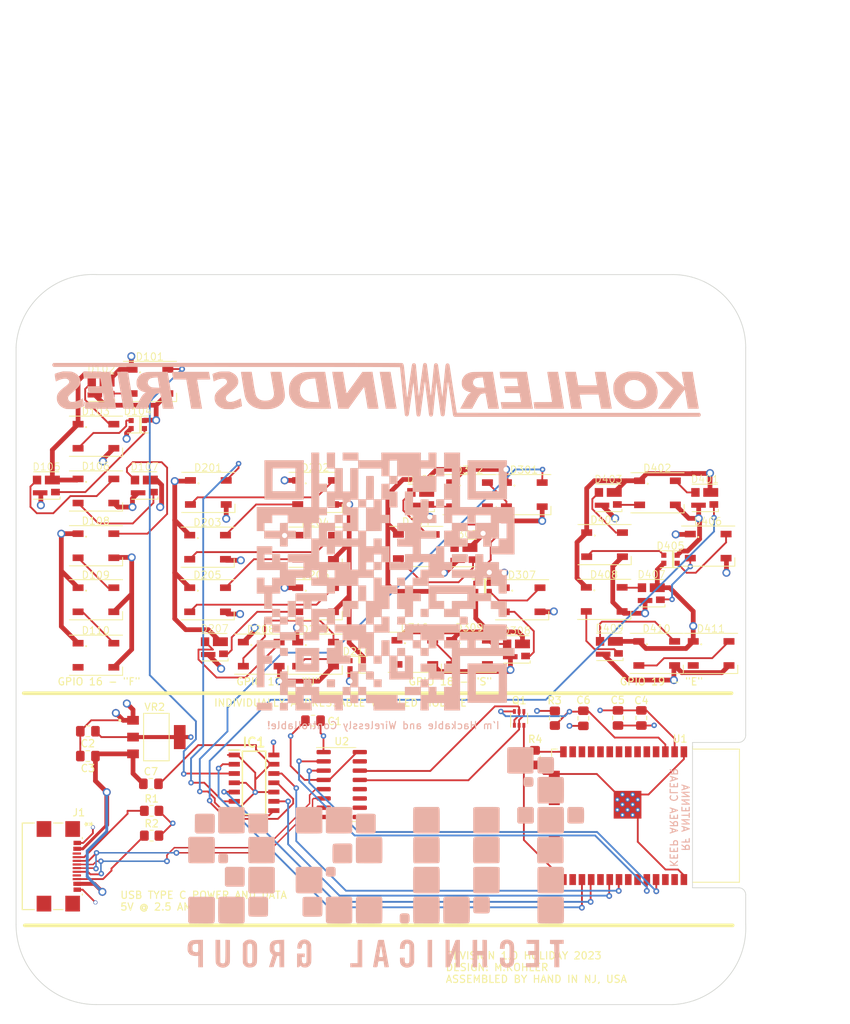
<source format=kicad_pcb>
(kicad_pcb (version 20221018) (generator pcbnew)
  (layers (0 "F.Cu" mixed) (1 "In1.Cu" mixed) (2 "In2.Cu" mixed) (31 "B.Cu" mixed) (34 "B.Paste" user) (35 "F.Paste" user) (36 "B.SilkS" user "B.Silkscreen") (37 "F.SilkS" user "F.Silkscreen") (38 "B.Mask" user) (39 "F.Mask" user) (44 "Edge.Cuts" user))
  (net 0 "")
  (net 1 "/5V_LED_02")
  (net 2 "/USB_D+")
  (net 3 "/USB_D-")
  (net 4 "/RTS")
  (net 5 "/DTR")
  (net 6 "/ESP_BOOT")
  (net 7 "/ESP_EN")
  (net 8 "+3.3V")
  (net 9 "/3V3_LED_01")
  (net 10 "/3V3_LED_02")
  (net 21 "Net-(U1-IO12)")
  (net 31 "/3V3_LED_03")
  (net 33 "/3V3_LED_04")
  (net 34 "/USB_SERIAL_TX")
  (net 36 "/USB_SERIAL_RX")
  (net 48 "GND")
  (net 49 "+5V")
  (net 50 "Net-(D101-DOUT)")
  (net 51 "/5V_LED_03")
  (net 52 "Net-(D102-DOUT)")
  (net 53 "/5V_LED_04")
  (net 54 "Net-(D103-DOUT)")
  (net 55 "/5V_LED_01")
  (net 56 "Net-(D201-DOUT)")
  (net 57 "Net-(D202-DOUT)")
  (net 59 "Net-(J1-CC1)")
  (net 61 "Net-(J1-CC2)")
  (net 62 "Net-(D401-DOUT)")
  (net 63 "Net-(D402-DOUT)")
  (net 64 "Net-(D403-DOUT)")
  (net 65 "Net-(D406-DOUT)")
  (net 66 "Net-(D105-DOUT)")
  (net 67 "Net-(D106-DOUT)")
  (net 68 "Net-(D107-DOUT)")
  (net 69 "Net-(D108-DOUT)")
  (net 70 "Net-(D109-DOUT)")
  (net 71 "Net-(D104-DO)")
  (net 74 "Net-(D301-DOUT)")
  (net 75 "Net-(D302-DOUT)")
  (net 76 "Net-(D303-DOUT)")
  (net 77 "Net-(D203-DOUT)")
  (net 78 "Net-(D204-DOUT)")
  (net 79 "Net-(D205-DOUT)")
  (net 80 "Net-(D206-DOUT)")
  (net 81 "Net-(D207-DOUT)")
  (net 82 "Net-(D208-DOUT)")
  (net 83 "Net-(D407-DOUT)")
  (net 84 "Net-(D409-DOUT)")
  (net 85 "Net-(D304-DOUT)")
  (net 86 "Net-(D305-DOUT)")
  (net 87 "Net-(D209-DOUT)")
  (net 88 "Net-(D306-DO)")
  (net 89 "Net-(D307-DOUT)")
  (net 90 "Net-(D308-DOUT)")
  (net 91 "Net-(D309-DOUT)")
  (net 93 "Net-(D404-DOUT)")
  (net 94 "Net-(D405-DO)")
  (net 95 "Net-(D408-DOUT)")
  (net 96 "Net-(D410-DOUT)")
  (footprint "Resistor_SMD:R_0805_2012Metric_Pad1.20x1.40mm_HandSolder" (layer "F.Cu") (at 163.58 132.86)
    (fp_text reference "R2")
    (fp_text value "5.1K")
  )
  (footprint "Capacitor_SMD:C_0805_2012Metric_Pad1.18x1.45mm_HandSolder" (layer "F.Cu") (at 185.6925 117.11)
    (fp_text reference "C1")
    (fp_text value "0.1uF")
  )
  (footprint "LED_SMD:LED_WS2812B_PLCC4_5.0x5.0mm_P3.2mm" (layer "F.Cu") (at 232.8 107.9)
    (fp_text reference "D410")
    (fp_text value "WS2812B")
  )
  (footprint "Package_SO:SOIC-16_3.9x9.9mm_P1.27mm" (layer "F.Cu") (at 189.63 125.86)
    (fp_text reference "U2")
    (fp_text value "CH340C")
  )
  (footprint "LED_SMD:LED_WS2812B_PLCC4_5.0x5.0mm_P3.2mm" (layer "F.Cu") (at 186.05 85.85)
    (fp_text reference "D202")
    (fp_text value "WS2812B")
  )
  (footprint "MountingHole:MountingHole_3.2mm_M3" (layer "F.Cu") (at 234 149.8)
    (fp_text reference "H4" hide)
    (fp_text value "MountingHole")
  )
  (footprint "Capacitor_SMD:C_0805_2012Metric_Pad1.18x1.45mm_HandSolder" (layer "F.Cu") (at 154.8425 121.96 180)
    (fp_text reference "C3")
    (fp_text value "10uF")
  )
  (footprint "LED_SMDnew:WS2812MiniMK" (layer "F.Cu") (at 172.1675 107.05)
    (fp_text reference "D207")
    (fp_text value "~")
  )
  (footprint "LED_SMDnew:WS2812MiniMK" (layer "F.Cu") (at 239.3675 86.6)
    (fp_text reference "D401")
    (fp_text value "~")
  )
  (footprint "LED_SMD:LED_WS2812B_PLCC4_5.0x5.0mm_P3.2mm" (layer "F.Cu") (at 178.6 108)
    (fp_text reference "D208")
    (fp_text value "WS2812B")
  )
  (footprint "MountingHole:MountingHole_3.2mm_M3" (layer "F.Cu") (at 155.75 150)
    (fp_text reference "H1" hide)
    (fp_text value "MountingHole")
  )
  (footprint "LED_SMDnew:LED_WS2812B-2020_PLCC4_2.0x2.0mm" (layer "F.Cu") (at 234.685 95)
    (fp_text reference "D405")
    (fp_text value "~")
  )
  (footprint "LED_SMDnew:WS2812MiniMK" (layer "F.Cu") (at 162.5675 84.9)
    (fp_text reference "D107")
    (fp_text value "~")
  )
  (footprint "Capacitor_SMD:C_0805_2012Metric_Pad1.18x1.45mm_HandSolder" (layer "F.Cu") (at 230.69 116.7375 -90)
    (fp_text reference "C4")
    (fp_text value "0.1uF")
  )
  (footprint "Capacitor_SMD:C_0805_2012Metric_Pad1.18x1.45mm_HandSolder" (layer "F.Cu") (at 154.8425 118.56 180)
    (fp_text reference "C2")
    (fp_text value "10uF")
  )
  (footprint "LED_SMDnew:WS2812MiniMK" (layer "F.Cu") (at 149.1425 84.9)
    (fp_text reference "D105")
    (fp_text value "~")
  )
  (footprint "LED_SMD:LED_WS2812B_PLCC4_5.0x5.0mm_P3.2mm" (layer "F.Cu") (at 171.25 100.55)
    (fp_text reference "D205")
    (fp_text value "WS2812B")
  )
  (footprint "LED_SMDnew:WS2812MiniMK" (layer "F.Cu") (at 226.3 107)
    (fp_text reference "D409")
    (fp_text value "~")
  )
  (footprint "LED_SMDnew:WS2812MiniMK" (layer "F.Cu") (at 156.6425 71.5)
    (fp_text reference "D102")
    (fp_text value "~")
  )
  (footprint "LED_SMD:LED_WS2812B_PLCC4_5.0x5.0mm_P3.2mm" (layer "F.Cu") (at 155.95 100.55)
    (fp_text reference "D109")
    (fp_text value "WS2812B")
  )
  (footprint "Capacitor_SMD:C_0805_2012Metric_Pad1.18x1.45mm_HandSolder" (layer "F.Cu") (at 227.49 116.7375 -90)
    (fp_text reference "C5")
    (fp_text value "10uF")
  )
  (footprint "Resistor_SMD:R_0805_2012Metric_Pad1.20x1.40mm_HandSolder" (layer "F.Cu") (at 163.58 129.46)
    (fp_text reference "R1")
    (fp_text value "5.1K")
  )
  (footprint "LED_SMD:LED_WS2812B_PLCC4_5.0x5.0mm_P3.2mm" (layer "F.Cu") (at 163.35 70.65)
    (fp_text reference "D101")
    (fp_text value "WS2812B")
  )
  (footprint "KiCad:SOIC127P600X175-14N" (layer "F.Cu") (at 177.618 125.62)
    (fp_text reference "IC1")
    (fp_text value "SN74LV125ATDR" hide)
  )
  (footprint "RF_Module:ESP32-WROOM-32D" (layer "F.Cu") (at 228.27 130.125 -90)
    (fp_text reference "U1")
    (fp_text value "ESP32-WROOM-32D")
  )
  (footprint "LED_SMDnew:WS2812MiniMK" (layer "F.Cu") (at 200.4425 86.6)
    (fp_text reference "D303")
    (fp_text value "~")
  )
  (footprint "Resistor_SMD:R_0805_2012Metric_Pad1.20x1.40mm_HandSolder" (layer "F.Cu") (at 216.09 122.175 90)
    (fp_text reference "R4")
    (fp_text value "10K")
  )
  (footprint "LED_SMDnew:WS2812MiniMK" (layer "F.Cu") (at 213.5675 107.35)
    (fp_text reference "D308")
    (fp_text value "~")
  )
  (footprint "LED_SMDnew:LED_WS2812B-2020_PLCC4_2.0x2.0mm" (layer "F.Cu") (at 161.685 76.55)
    (fp_text reference "D104")
    (fp_text value "~")
  )
  (footprint "LED_SMD:LED_WS2812B_PLCC4_5.0x5.0mm_P3.2mm" (layer "F.Cu") (at 214.35 100.55)
    (fp_text reference "D307")
    (fp_text value "WS2812B")
  )
  (footprint "MountingHole:MountingHole_3.2mm_M3" (layer "F.Cu") (at 234 62)
    (fp_text reference "H2" hide)
    (fp_text value "MountingHole")
  )
  (footprint "LED_SMD:LED_WS2812B_PLCC4_5.0x5.0mm_P3.2mm" (layer "F.Cu") (at 171.25 93.35)
    (fp_text reference "D203")
    (fp_text value "WS2812B")
  )
  (footprint "LED_SMD:LED_WS2812B_PLCC4_5.0x5.0mm_P3.2mm" (layer "F.Cu") (at 240.25 107.9)
    (fp_text reference "D411")
    (fp_text value "WS2812B")
  )
  (footprint "LED_SMD:LED_WS2812B_PLCC4_5.0x5.0mm_P3.2mm" (layer "F.Cu") (at 155.95 85.65)
    (fp_text reference "D106")
    (fp_text value "WS2812B")
  )
  (footprint "footprints:USB4110-GF-A_GCT" (layer "F.Cu") (at 149.9672 137.06 -90)
    (fp_text reference "J1")
    (fp_text value "USB4110-GF-A")
  )
  (footprint "LED_SMD:LED_WS2812B_PLCC4_5.0x5.0mm_P3.2mm" (layer "F.Cu") (at 171.35 85.85)
    (fp_text reference "D201")
    (fp_text value "WS2812B")
  )
  (footprint "MountingHole:MountingHole_3.2mm_M3" (layer "F.Cu") (at 155.75 62)
    (fp_text reference "H3" hide)
    (fp_text value "MountingHole")
  )
  (footprint "LED_SMD:LED_WS2812B_PLCC4_5.0x5.0mm_P3.2mm" (layer "F.Cu") (at 186.05 93.35)
    (fp_text reference "D204")
    (fp_text value "WS2812B")
  )
  (footprint "LED_SMD:LED_WS2812B_PLCC4_5.0x5.0mm_P3.2mm" (layer "F.Cu") (at 155.95 108.15)
    (fp_text reference "D110")
    (fp_text value "WS2812B")
  )
  (footprint "LED_SMD:LED_WS2812B_PLCC4_5.0x5.0mm_P3.2mm" (layer "F.Cu") (at 239.85 93.2)
    (fp_text reference "D406")
    (fp_text value "WS2812B")
  )
  (footprint "Capacitor_SMD:C_0805_2012Metric_Pad1.18x1.45mm_HandSolder" (layer "F.Cu") (at 222.74 116.7875 -90)
    (fp_text reference "C6")
    (fp_text value "1uF")
  )
  (footprint "LED_SMD:LED_WS2812B_PLCC4_5.0x5.0mm_P3.2mm" (layer "F.Cu") (at 207.15 107.75)
    (fp_text reference "D309")
    (fp_text value "WS2812B")
  )
  (footprint "LED_SMD:LED_WS2812B_PLCC4_5.0x5.0mm_P3.2mm" (layer "F.Cu") (at 214.65 86.15)
    (fp_text reference "D301")
    (fp_text value "WS2812B")
  )
  (footprint "Capacitor_SMD:C_0805_2012Metric_Pad1.18x1.45mm_HandSolder" (layer "F.Cu") (at 163.48 125.76)
    (fp_text reference "C7")
    (fp_text value "0.1uF")
  )
  (footprint "Resistor_SMD:R_0805_2012Metric_Pad1.20x1.40mm_HandSolder" (layer "F.Cu") (at 218.84 116.775 -90)
    (fp_text reference "R3")
    (fp_text value "10K")
  )
  (footprint "LED_SMDnew:WS2812MiniMK" (layer "F.Cu") (at 226.1425 86.6)
    (fp_text reference "D403")
    (fp_text value "~")
  )
  (footprint "LED_SMD:LED_WS2812B_PLCC4_5.0x5.0mm_P3.2mm" (layer "F.Cu") (at 225.65 93)
    (fp_text reference "D404")
    (fp_text value "WS2812B")
  )
  (footprint "TS1117BCW33_RPG:VREG_TS1117BCW33_RPG" (layer "F.Cu") (at 164.23 119.36)
    (fp_text reference "VR2")
    (fp_text value "TS1117BCW33_RPG")
  )
  (footprint "LED_SMD:LED_WS2812B_PLCC4_5.0x5.0mm_P3.2mm" (layer "F.Cu") (at 199.65 107.75)
    (fp_text reference "D310")
    (fp_text value "WS2812B")
  )
  (footprint "LED_SMD:LED_WS2812B_PLCC4_5.0x5.0mm_P3.2mm" (layer "F.Cu") (at 186.05 100.55)
    (fp_text reference "D206")
    (fp_text value "WS2812B")
  )
  (footprint "LED_SMD:LED_WS2812B_PLCC4_5.0x5.0mm_P3.2mm" (layer "F.Cu") (at 199.85 93.25)
    (fp_text reference "D304")
    (fp_text value "WS2812B")
  )
  (footprint "LED_SMD:LED_WS2812B_PLCC4_5.0x5.0mm_P3.2mm" (layer "F.Cu") (at 155.95 78.15)
    (fp_text reference "D103")
    (fp_text value "WS2812B")
  )
  (footprint "LED_SMDnew:LED_WS2812B-2020_PLCC4_2.0x2.0mm" (layer "F.Cu") (at 208.915 98.85)
    (fp_text reference "D306")
    (fp_text value "~")
  )
  (footprint "LED_SMD:LED_WS2812B_PLCC4_5.0x5.0mm_P3.2mm" (layer "F.Cu") (at 232.9 85.9)
    (fp_text reference "D402")
    (fp_text value "WS2812B")
  )
  (footprint "LED_SMD:LED_WS2812B_PLCC4_5.0x5.0mm_P3.2mm" (layer "F.Cu") (at 186.05 108)
    (fp_text reference "D209")
    (fp_text value "WS2812B")
  )
  (footprint "LED_SMDnew:WS2812MiniMK" (layer "F.Cu") (at 232.0425 99.65)
    (fp_text reference "D407")
    (fp_text value "~")
  )
  (footprint "LED_SMD:LED_WS2812B_PLCC4_5.0x5.0mm_P3.2mm" (layer "F.Cu") (at 155.95 93.15)
    (fp_text reference "D108")
    (fp_text value "WS2812B")
  )
  (footprint "LED_SMD:LED_WS2812B_PLCC4_5.0x5.0mm_P3.2mm" (layer "F.Cu") (at 207.15 86.15)
    (fp_text reference "D302")
    (fp_text value "WS2812B")
  )
  (footprint "LED_SMDnew:LED_WS2812B-2020_PLCC4_2.0x2.0mm" (layer "F.Cu") (at 191.685 109.45)
    (fp_text reference "D210")
    (fp_text value "~")
  )
  (footprint "LED_SMD:LED_WS2812B_PLCC4_5.0x5.0mm_P3.2mm" (layer "F.Cu") (at 225.6 100.5)
    (fp_text reference "D408")
    (fp_text value "WS2812B")
  )
  (footprint "Package_TO_SOT_SMD:SOT-363_SC-70-6" (layer "F.Cu") (at 213.94 116.8 90)
    (fp_text reference "Q1")
    (fp_text value "UMH3N")
  )
  (footprint "LED_SMDnew:WS2812MiniMK" (layer "F.Cu") (at 206.3675 94.15)
    (fp_text reference "D305")
    (fp_text value "~")
  )
  (footprint "LOGO" (layer "B.Cu") (at 195.85 135.85 180)
    (fp_text reference "G***" hide)
    (fp_text value "LOGO" hide)
  )
  (footprint "LOGO" (layer "B.Cu") (at 195.65 98.05 180)
    (fp_text reference "G***" hide)
    (fp_text value "LOGO" hide)
  )
  (footprint "LOGO" (layer "B.Cu") (at 194.200548 71.758708 180)
    (fp_text reference "G***" hide)
    (fp_text value "LOGO" hide)
  )
  (gr_line (start 243.2 145.15) (end 146.2 145.15) (stroke (width 0.5)) (layer "F.SilkS"))
  (gr_line (start 243.05 113.35) (end 146.05 113.35) (stroke (width 0.5)) (layer "F.SilkS"))
  (gr_arc (start 156 156) (mid 148.221826 152.778174) (end 145 145) (stroke (width 0.1)) (layer "Edge.Cuts"))
  (gr_line (start 244.99 145) (end 244.99 140.95) (stroke (width 0.1)) (layer "Edge.Cuts"))
  (gr_line (start 244.04 140) (end 237.7 140) (stroke (width 0.1)) (layer "Edge.Cuts"))
  (gr_line (start 234.99 156) (end 156 156) (stroke (width 0.1)) (layer "Edge.Cuts"))
  (gr_line (start 237.7 120.1) (end 243.99 120.1) (stroke (width 0.1)) (layer "Edge.Cuts"))
  (gr_arc (start 244.04 140) (mid 244.711751 140.278249) (end 244.99 140.95) (stroke (width 0.1)) (layer "Edge.Cuts"))
  (gr_arc (start 145 66.01) (mid 148.428932 58.731825) (end 156 56.01) (stroke (width 0.1)) (layer "Edge.Cuts"))
  (gr_arc (start 244.99 145) (mid 242.268175 152.571068) (end 234.99 156) (stroke (width 0.1)) (layer "Edge.Cuts"))
  (gr_line (start 244.99 119.1) (end 244.99 66.01) (stroke (width 0.1)) (layer "Edge.Cuts"))
  (gr_arc (start 234.99 56.01) (mid 242.061068 58.938932) (end 244.99 66.01) (stroke (width 0.1)) (layer "Edge.Cuts"))
  (gr_line (start 237.7 140) (end 237.7 120.1) (stroke (width 0.1)) (layer "Edge.Cuts"))
  (gr_arc (start 244.99 119.1) (mid 244.697107 119.807107) (end 243.99 120.1) (stroke (width 0.1)) (layer "Edge.Cuts"))
  (gr_line (start 145 66.01) (end 145 145) (stroke (width 0.1)) (layer "Edge.Cuts"))
  (gr_line (start 234.99 56.01) (end 156 56.01) (stroke (width 0.1)) (layer "Edge.Cuts"))
  (gr_text "I'm Hackable and Wirelessly Controllable!" (at 211.35 118.35) (layer "B.SilkS") (effects (font (size 1 1)) (justify left bottom mirror)))
  (gr_text "RF ANTENNA\nKEEP AREA CLEAR" (at 235.9 130.4 -90) (layer "B.SilkS") (effects (font (size 1 1)) (justify mirror)))
  (gr_text "INDIVIDUALLY ADDRESSABLE WIFI LED MODULE" (at 172.05 115.25) (layer "F.SilkS") (effects (font (size 1 1)) (justify left bottom)))
  (gr_text "GPIO 18 - {dblquote}S{dblquote}" (at 198.7 112.35) (layer "F.SilkS") (effects (font (size 1 1)) (justify left bottom)))
  (gr_text "REVISION 1.0 HOLIDAY 2023\nDESIGN: M.KOHLER\nASSEMBLED BY HAND IN NJ, USA" (at 203.8 153.1) (layer "F.SilkS") (effects (font (size 1 1)) (justify left bottom)))
  (gr_text "GPIO 17 - {dblquote}U{dblquote}" (at 175.1 112.35) (layer "F.SilkS") (effects (font (size 1 1)) (justify left bottom)))
  (gr_text "GPIO 19 - {dblquote}E{dblquote}" (at 227.65 112.35) (layer "F.SilkS") (effects (font (size 1 1)) (justify left bottom)))
  (gr_text "GPIO 16 - {dblquote}F{dblquote}" (at 150.6 112.35) (layer "F.SilkS") (effects (font (size 1 1)) (justify left bottom)))
  (gr_text "USB TYPE C POWER AND DATA\n5V @ 2.5 AMPS" (at 159.2 143.2) (layer "F.SilkS") (effects (font (size 1 1)) (justify left bottom)))
  (segment (start 173.34005 128.16) (end 170.79005 125.61) (width 0.25) (layer "F.Cu") (net 1))
  (segment (start 170.79005 125.61) (end 168.98 125.61) (width 0.25) (layer "F.Cu") (net 1))
  (segment (start 175.5 82.5) (end 173.8 84.2) (width 0.25) (layer "F.Cu") (net 1))
  (segment (start 174.906 128.16) (end 173.34005 128.16) (width 0.25) (layer "F.Cu") (net 1))
  (segment (start 175.5 81.9) (end 175.5 82.5) (width 0.25) (layer "F.Cu") (net 1))
  (via (at 175.5 81.9) (size 0.75) (drill 0.35) (layers "F.Cu" "B.Cu") (net 1))
  (via (at 168.98 125.61) (size 0.75) (drill 0.35) (layers "F.Cu" "B.Cu") (net 1))
  (segment (start 168.98 122.27) (end 170.65 120.6) (width 0.25) (layer "B.Cu") (net 1))
  (segment (start 170.65 86.75) (end 175.5 81.9) (width 0.25) (layer "B.Cu") (net 1))
  (segment (start 175.5 81.9) (end 175.55 81.95) (width 0.25) (layer "B.Cu") (net 1))
  (segment (start 170.65 120.6) (end 170.65 86.75) (width 0.25) (layer "B.Cu") (net 1))
  (segment (start 168.98 125.61) (end 168.98 122.27) (width 0.25) (layer "B.Cu") (net 1))
  (segment (start 185.23 128.46) (end 185.23 127.31) (width 0.2) (layer "F.Cu") (net 2))
  (segment (start 165.68 135.52005) (end 166.69005 134.51) (width 0.2) (layer "F.Cu") (net 2))
  (segment (start 185.23 127.31) (end 186.045 126.495) (width 0.2) (layer "F.Cu") (net 2))
  (segment (start 166.69005 134.51) (end 179.18 134.51) (width 0.2) (layer "F.Cu") (net 2))
  (segment (start 179.18 134.51) (end 185.23 128.46) (width 0.2) (layer "F.Cu") (net 2))
  (segment (start 155.19005 138.16) (end 154.840051 137.810001) (width 0.25) (layer "F.Cu") (net 2))
  (segment (start 156.68 138.06) (end 156.58 138.16) (width 0.25) (layer "F.Cu") (net 2))
  (segment (start 186.045 126.495) (end 187.155 126.495) (width 0.2) (layer "F.Cu") (net 2))
  (segment (start 154.840051 137.810001) (end 153.33 137.810001) (width 0.25) (layer "F.Cu") (net 2))
  (segment (start 156.58 138.16) (end 155.19005 138.16) (width 0.25) (layer "F.Cu") (net 2))
  (segment (start 156.020002 136.36) (end 156.63 136.36) (width 0.2) (layer "F.Cu") (net 2))
  (segment (start 153.33 136.81) (end 155.570002 136.81) (width 0.2) (layer "F.Cu") (net 2))
  (segment (start 165.68 136.36) (end 165.68 135.52005) (width 0.2) (layer "F.Cu") (net 2))
  (segment (start 155.570002 136.81) (end 156.020002 136.36) (width 0.2) (layer "F.Cu") (net 2))
  (via (at 165.68 136.36) (size 0.8) (drill 0.4) (layers "F.Cu" "B.Cu") (net 2))
  (via (at 156.63 136.36) (size 0.75) (drill 0.35) (layers "F.Cu" "B.Cu") (net 2))
  (via (at 156.68 138.06) (size 0.75) (drill 0.35) (layers "F.Cu" "B.Cu") (net 2))
  (segment (start 156.63 138.01) (end 156.63 136.36) (width 0.2) (layer "B.Cu") (net 2))
  (segment (start 156.68 138.06) (end 156.63 138.01) (width 0.2) (layer "B.Cu") (net 2))
  (segment (start 156.63 136.36) (end 165.68 136.36) (width 0.2) (layer "B.Cu") (net 2))
  (segment (start 185.63 129.01) (end 185.63 127.91) (width 0.2) (layer "F.Cu") (net 3))
  (segment (start 153.33 137.31) (end 155.886403 137.31) (width 0.2) (layer "F.Cu") (net 3))
  (segment (start 154.930001 136.309999) (end 153.33 136.309999) (width 0.25) (layer "F.Cu") (net 3))
  (segment (start 156.03 135.21) (end 154.930001 136.309999) (width 0.25) (layer "F.Cu") (net 3))
  (segment (start 185.63 127.91) (end 185.775 127.765) (width 0.2) (layer "F.Cu") (net 3))
  (segment (start 185.775 127.765) (end 187.155 127.765) (width 0.2) (layer "F.Cu") (net 3))
  (segment (start 166.98 135.21) (end 179.43 135.21) (width 0.2) (layer "F.Cu") (net 3))
  (segment (start 155.886403 137.31) (end 155.9555 137.379097) (width 0.2) (layer "F.Cu") (net 3))
  (segment (start 179.43 135.21) (end 185.63 129.01) (width 0.2) (layer "F.Cu") (net 3))
  (via (at 156.03 135.21) (size 0.75) (drill 0.35) (layers "F.Cu" "B.Cu") (net 3))
  (via (at 166.98 135.21) (size 0.8) (drill 0.4) (layers "F.Cu" "B.Cu") (net 3))
  (via (at 155.9555 137.379097) (size 0.75) (drill 0.35) (layers "F.Cu" "B.Cu") (net 3))
  (segment (start 156.03 135.21) (end 166.98 135.21) (width 0.2) (layer "B.Cu") (net 3))
  (segment (start 155.9555 135.2845) (end 156.03 135.21) (width 0.2) (layer "B.Cu") (net 3))
  (segment (start 155.9555 137.379097) (end 155.9555 135.2845) (width 0.2) (layer "B.Cu") (net 3))
  (segment (start 201.79 123.975) (end 201.765 124) (width 0.25) (layer "F.Cu") (net 4))
  (segment (start 192.11 123.95) (end 192.105 123.955) (width 0.25) (layer "F.Cu") (net 4))
  (segment (start 201.765 124) (end 192.15 124) (width 0.25) (layer "F.Cu") (net 4))
  (segment (start 192.15 124) (end 192.105 123.955) (width 0.25) (layer "F.Cu") (net 4))
  (segment (start 213.29 117.75) (end 213.29 117.025) (width 0.25) (layer "F.Cu") (net 4))
  (segment (start 210.615 115.15) (end 201.79 123.975) (width 0.25) (layer "F.Cu") (net 4))
  (segment (start 213.94 115.85) (end 213.94 115.275) (width 0.25) (layer "F.Cu") (net 4))
  (segment (start 213.94 116.375) (end 213.94 115.85) (width 0.25) (layer "F.Cu") (net 4))
  (segment (start 213.94 115.275) (end 213.815 115.15) (width 0.25) (layer "F.Cu") (net 4))
  (segment (start 213.29 117.025) (end 213.94 116.375) (width 0.25) (layer "F.Cu") (net 4))
  (segment (start 213.815 115.15) (end 210.615 115.15) (width 0.25) (layer "F.Cu") (net 4))
  (segment (start 206.99 125.275) (end 192.155 125.275) (width 0.25) (layer "F.Cu") (net 5))
  (segment (start 207.015 125.25) (end 206.99 125.275) (width 0.25) (layer "F.Cu") (net 5))
  (segment (start 213.94 117.75) (end 213.94 118.325) (width 0.25) (layer "F.Cu") (net 5))
  (segment (start 192.155 125.275) (end 192.105 125.225) (width 0.25) (layer "F.Cu") (net 5))
  (segment (start 213.94 118.325) (end 207.015 125.25) (width 0.25) (layer "F.Cu") (net 5))
  (segment (start 214.59 116.375) (end 214.59 115.85) (width 0.25) (layer "F.Cu") (net 5))
  (segment (start 213.94 117.025) (end 214.59 116.375) (width 0.25) (layer "F.Cu") (net 5))
  (segment (start 213.94 117.75) (end 213.94 117.025) (width 0.25) (layer "F.Cu") (net 5))
  (segment (start 214.59 133.455) (end 220.01 138.875) (width 0.25) (layer "F.Cu") (net 6))
  (segment (start 214.59 117.75) (end 214.59 133.455) (width 0.25) (layer "F.Cu") (net 6))
  (segment (start 222.615 115.875) (end 222.74 115.75) (width 0.25) (layer "F.Cu") (net 7))
  (segment (start 233.03 119.425) (end 233.98 120.375) (width 0.25) (layer "F.Cu") (net 7))
  (segment (start 233.98 120.375) (end 233.98 121.375) (width 0.25) (layer "F.Cu") (net 7))
  (segment (start 220.74 115.875) (end 220.84 115.875) (width 0.25) (layer "F.Cu") (net 7))
  (segment (start 223.365 115.75) (end 227.04 119.425) (width 0.25) (layer "F.Cu") (net 7))
  (segment (start 218.84 117.775) (end 220.74 115.875) (width 0.25) (layer "F.Cu") (net 7))
  (segment (start 227.04 119.425) (end 233.03 119.425) (width 0.25) (layer "F.Cu") (net 7))
  (segment (start 220.84 115.875) (end 222.615 115.875) (width 0.25) (layer "F.Cu") (net 7))
  (segment (start 213.29 115.85) (end 211.44 115.85) (width 0.25) (layer "F.Cu") (net 7))
  (segment (start 222.74 115.75) (end 223.365 115.75) (width 0.25) (layer "F.Cu") (net 7))
  (via (at 220.84 115.875) (size 0.75) (drill 0.35) (layers "F.Cu" "B.Cu") (net 7))
  (via (at 211.44 115.85) (size 0.75) (drill 0.35) (layers "F.Cu" "B.Cu") (net 7))
  (segment (start 212.09 116.5) (end 220.215 116.5) (width 0.25) (layer "B.Cu") (net 7))
  (segment (start 211.44 115.85) (end 212.09 116.5) (width 0.25) (layer "B.Cu") (net 7))
  (segment (start 220.215 116.5) (end 220.84 115.875) (width 0.25) (layer "B.Cu") (net 7))
  (segment (start 187.918249 125.225) (end 191.728249 121.415) (width 0.25) (layer "F.Cu") (net 8))
  (segment (start 230.69 115.7) (end 231.37995 115.7) (width 0.25) (layer "F.Cu") (net 8))
  (segment (start 182.63 119.21) (end 182.63 119.135) (width 0.25) (layer "F.Cu") (net 8))
  (segment (start 218.84 115.775) (end 216.39 115.775) (width 0.25) (layer "F.Cu") (net 8))
  (segment (start 231.37995 115.7) (end 235.25 119.57005) (width 0.25) (layer "F.Cu") (net 8))
  (segment (start 156.68 119.36) (end 161.03 119.36) (width 0.25) (layer "F.Cu") (net 8))
  (segment (start 187.155 125.225) (end 187.918249 125.225) (width 0.25) (layer "F.Cu") (net 8))
  (segment (start 182.63 123.31) (end 182.63 119.21) (width 0.25) (layer "F.Cu") (net 8))
  (segment (start 182.63 119.135) (end 184.655 117.11) (width 0.25) (layer "F.Cu") (net 8))
  (segment (start 235.25 119.57005) (end 235.25 121.375) (width 0.25) (layer "F.Cu") (net 8))
  (segment (start 155.88 118.56) (end 156.68 119.36) (width 0.25) (layer "F.Cu") (net 8))
  (segment (start 167.43 119.36) (end 161.03 119.36) (width 0.55) (layer "F.Cu") (net 8))
  (segment (start 235.19 121.315) (end 235.25 121.375) (width 0.25) (layer "F.Cu") (net 8))
  (segment (start 227.49 115.7) (end 230.69 115.7) (width 0.25) (layer "F.Cu") (net 8))
  (segment (start 191.728249 121.415) (end 192.105 121.415) (width 0.25) (layer "F.Cu") (net 8))
  (segment (start 225.04 115.7) (end 227.49 115.7) (width 0.25) (layer "F.Cu") (net 8))
  (segment (start 184.545 125.225) (end 182.63 123.31) (width 0.25) (layer "F.Cu") (net 8))
  (segment (start 168.95 119.36) (end 167.43 119.36) (width 0.55) (layer "F.Cu") (net 8))
  (segment (start 187.155 125.225) (end 184.545 125.225) (width 0.25) (layer "F.Cu") (net 8))
  (segment (start 230.69 115.7) (end 230.74 115.75) (width 0.25) (layer "F.Cu") (net 8))
  (via (at 168.95 119.36) (size 0.75) (drill 0.35) (layers "F.Cu" "B.Cu") (net 8))
  (via (at 225.04 115.7) (size 0.75) (drill 0.35) (layers "F.Cu" "B.Cu") (net 8))
  (via (at 182.63 119.21) (size 0.75) (drill 0.35) (layers "F.Cu" "B.Cu") (net 8))
  (via (at 216.39 115.775) (size 0.8) (drill 0.4) (layers "F.Cu" "B.Cu") (net 8))
  (segment (start 222.54 142.725) (end 222.55 142.715) (width 0.25) (layer "F.Cu") (net 9))
  (segment (start 222.55 142.715) (end 222.55 138.875) (width 0.25) (layer "F.Cu") (net 9))
  (segment (start 173.3205 123.08) (end 174.906 123.08) (width 0.25) (layer "F.Cu") (net 9))
  (segment (start 172.75 123.6505) (end 173.3205 123.08) (width 0.25) (layer "F.Cu") (net 9))
  (via (at 222.54 142.725) (size 0.8) (drill 0.4) (layers "F.Cu" "B.Cu") (net 9))
  (via (at 172.75 123.6505) (size 0.75) (drill 0.35) (layers "F.Cu" "B.Cu") (net 9))
  (segment (start 172.75 127.56995) (end 172.75 123.6505) (width 0.25) (layer "B.Cu") (net 9))
  (segment (start 222.49 142.675) (end 222.54 142.725) (width 0.25) (layer "B.Cu") (net 9))
  (segment (start 187.85505 142.675) (end 222.49 142.675) (width 0.25) (layer "B.Cu") (net 9))
  (segment (start 187.85505 142.675) (end 172.75 127.56995) (width 0.25) (layer "B.Cu") (net 9))
  (segment (start 223.74 138.955) (end 223.82 138.875) (width 0.25) (layer "F.Cu") (net 10))
  (segment (start 223.74 141.925) (end 223.74 138.955) (width 0.25) (layer "F.Cu") (net 10))
  (segment (start 174.876 126.86) (end 174.906 126.89) (width 0.25) (layer "F.Cu") (net 10))
  (segment (start 173.5 126.86) (end 173.53 126.89) (width 0.25) (layer "F.Cu") (net 10))
  (segment (start 173.5 126.86) (end 174.876 126.86) (width 0.25) (layer "F.Cu") (net 10))
  (via (at 223.74 141.925) (size 0.8) (drill 0.4) (layers "F.Cu" "B.Cu") (net 10))
  (via (at 173.5 126.86) (size 0.75) (drill 0.35) (layers "F.Cu" "B.Cu") (net 10))
  (segment (start 188.765 141.925) (end 173.7 126.86) (width 0.25) (layer "B.Cu") (net 10))
  (segment (start 173.48 126.88) (end 173.5 126.86) (width 0.25) (layer "B.Cu") (net 10))
  (segment (start 223.74 141.925) (end 188.765 141.925) (width 0.25) (layer "B.Cu") (net 10))
  (segment (start 173.7 126.86) (end 173.5 126.86) (width 0.25) (layer "B.Cu") (net 10))
  (segment (start 216.29 121.375) (end 216.09 121.175) (width 0.25) (layer "F.Cu") (net 21))
  (segment (start 220.01 121.375) (end 216.29 121.375) (width 0.25) (layer "F.Cu") (net 21))
  (segment (start 226.29 138.945) (end 226.36 138.875) (width 0.25) (layer "F.Cu") (net 31))
  (segment (start 226.29 141.125) (end 226.29 138.945) (width 0.25) (layer "F.Cu") (net 31))
  (segment (start 180.33 128.16) (end 182.28 128.16) (width 0.25) (layer "F.Cu") (net 31))
  (via (at 182.28 128.16) (size 0.75) (drill 0.35) (layers "F.Cu" "B.Cu") (net 31))
  (via (at 226.29 141.125) (size 0.8) (drill 0.4) (layers "F.Cu" "B.Cu") (net 31))
  (segment (start 182.28 134.03) (end 189.325 141.075) (width 0.25) (layer "B.Cu") (net 31))
  (segment (start 182.28 128.16) (end 182.28 134.03) (width 0.25) (layer "B.Cu") (net 31))
  (segment (start 189.325 141.075) (end 226.24 141.075) (width 0.25) (layer "B.Cu") (net 31))
  (segment (start 226.24 141.075) (end 226.29 141.125) (width 0.25) (layer "B.Cu") (net 31))
  (segment (start 227.59 140.425) (end 227.59 138.915) (width 0.25) (layer "F.Cu") (net 33))
  (segment (start 183.4 126.35) (end 181.4 124.35) (width 0.25) (layer "F.Cu") (net 33))
  (segment (start 227.59 138.915) (end 227.63 138.875) (width 0.25) (layer "F.Cu") (net 33))
  (segment (start 181.4 124.35) (end 180.33 124.35) (width 0.25) (layer "F.Cu") (net 33))
  (via (at 227.59 140.425) (size 0.8) (drill 0.4) (layers "F.Cu" "B.Cu") (net 33))
  (via (at 183.4 126.35) (size 0.75) (drill 0.35) (layers "F.Cu" "B.Cu") (net 33))
  (segment (start 190.2 140.4) (end 183.4 133.6) (width 0.25) (layer "B.Cu") (net 33))
  (segment (start 227.565 140.4) (end 190.2 140.4) (width 0.25) (layer "B.Cu") (net 33))
  (segment (start 227.59 140.425) (end 227.565 140.4) (width 0.25) (layer "B.Cu") (net 33))
  (segment (start 183.4 133.6) (end 183.4 126.35) (width 0.25) (layer "B.Cu") (net 33))
  (segment (start 231.44 140.425) (end 231.44 138.875) (width 0.25) (layer "F.Cu") (net 34))
  (segment (start 183.78 122.66) (end 183.805 122.685) (width 0.25) (layer "F.Cu") (net 34))
  (segment (start 183.805 122.685) (end 187.155 122.685) (width 0.25) (layer "F.Cu") (net 34))
  (via (at 231.44 140.425) (size 0.8) (drill 0.4) (layers "F.Cu" "B.Cu") (net 34))
  (via (at 183.78 122.66) (size 0.75) (drill 0.35) (layers "F.Cu" "B.Cu") (net 34))
  (segment (start 191.391396 132.835) (end 224.35 132.835) (width 0.25) (layer "B.Cu") (net 34))
  (segment (start 231.44 139.925) (end 231.44 140.425) (width 0.25) (layer "B.Cu") (net 34))
  (segment (start 224.35 132.835) (end 231.44 139.925) (width 0.25) (layer "B.Cu") (net 34))
  (segment (start 183.78 122.66) (end 183.78 125.223604) (width 0.25) (layer "B.Cu") (net 34))
  (segment (start 183.78 125.223604) (end 191.391396 132.835) (width 0.25) (layer "B.Cu") (net 34))
  (segment (start 187.155 123.955) (end 185.235 123.955) (width 0.25) (layer "F.Cu") (net 36))
  (segment (start 232.74 140.475) (end 232.74 138.905) (width 0.25) (layer "F.Cu") (net 36))
  (segment (start 232.74 138.905) (end 232.71 138.875) (width 0.25) (layer "F.Cu") (net 36))
  (segment (start 185.235 123.955) (end 185.18 124.01) (width 0.25) (layer "F.Cu") (net 36))
  (via (at 232.74 140.475) (size 0.8) (drill 0.4) (layers "F.Cu" "B.Cu") (net 36))
  (via (at 185.18 124.01) (size 0.75) (drill 0.35) (layers "F.Cu" "B.Cu") (net 36))
  (segment (start 185.18 125.61) (end 185.18 124.01) (width 0.25) (layer "B.Cu") (net 36))
  (segment (start 191.93 132.36) (end 185.18 125.61) (width 0.25) (layer "B.Cu") (net 36))
  (segment (start 232.74 140.475) (end 224.625 132.36) (width 0.25) (layer "B.Cu") (net 36))
  (segment (start 224.625 132.36) (end 191.93 132.36) (width 0.25) (layer "B.Cu") (net 36))
  (segment (start 232.74 140.475) (end 232.89 140.625) (width 0.25) (layer "B.Cu") (net 36))
  (segment (start 236.52 138.875) (end 236.52 138.295) (width 0.25) (layer "F.Cu") (net 48))
  (segment (start 212.525 110.375) (end 203.075 110.375) (width 0.65) (layer "F.Cu") (net 48))
  (segment (start 177.78 126.91) (end 177.78 124.2465) (width 0.25) (layer "F.Cu") (net 48))
  (segment (start 217.33 124.415) (end 218.76 124.415) (width 0.25) (layer "F.Cu") (net 48))
  (segment (start 234 137.5) (end 230.2 133.7) (width 0.25) (layer "F.Cu") (net 48))
  (segment (start 203.825 96.85) (end 205.525 95.15) (width 0.65) (layer "F.Cu") (net 48))
  (segment (start 160.85 94.75) (end 158.45 94.75) (width 0.65) (layer "F.Cu") (net 48))
  (segment (start 202.3 94.9) (end 202.3 95.5) (width 0.65) (layer "F.Cu") (net 48))
  (segment (start 212.75 108.375) (end 212.725 108.35) (width 0.65) (layer "F.Cu") (net 48))
  (segment (start 177.78 125.1925) (end 179.8925 123.08) (width 0.25) (layer "F.Cu") (net 48))
  (segment (start 201.2 89.2) (end 199.6 87.6) (width 0.65) (layer "F.Cu") (net 48))
  (segment (start 222.74 117.825) (end 220.84 117.825) (width 0.25) (layer "F.Cu") (net 48))
  (segment (start 231.2 102.4) (end 231.2 100.65) (width 0.65) (layer "F.Cu") (net 48))
  (segment (start 229.0075 111.55) (end 235.15 111.55) (width 0.65) (layer "F.Cu") (net 48))
  (segment (start 153.3872 140.259999) (end 154.129999 140.259999) (width 0.25) (layer "F.Cu") (net 48))
  (segment (start 209.85 96.8) (end 209.85 98.28) (width 0.65) (layer "F.Cu") (net 48))
  (segment (start 190.65 100.05) (end 188.5 102.2) (width 0.65) (layer "F.Cu") (net 48))
  (segment (start 212.75 110.15) (end 210.35 110.15) (width 0.65) (layer "F.Cu") (net 48))
  (segment (start 158.45 94.75) (end 158.4 94.8) (width 0.65) (layer "F.Cu") (net 48))
  (segment (start 173.85 95.15) (end 173.7 95) (width 0.65) (layer "F.Cu") (net 48))
  (segment (start 238.55 89.4) (end 238.675 89.525) (width 0.65) (layer "F.Cu") (net 48))
  (segment (start 174 102.5) (end 173.7 102.2) (width 0.65) (layer "F.Cu") (net 48))
  (segment (start 190.65 92.85) (end 188.5 95) (width 0.65) (layer "F.Cu") (net 48))
  (segment (start 162.65 75.95) (end 162.6 76) (width 0.65) (layer "F.Cu") (net 48))
  (segment (start 242.35 94.9) (end 242.3 94.85) (width 0.65) (layer "F.Cu") (net 48))
  (segment (start 155.305 117.06) (end 153.805 118.56) (width 0.25) (layer "F.Cu") (net 48))
  (segment (start 179.8925 123.08) (end 180.33 123.08) (width 0.25) (layer "F.Cu") (net 48))
  (segment (start 159.68 117.06) (end 158.68 116.06) (width 0.65) (layer "F.Cu") (net 48))
  (segment (start 158.95 87.85) (end 158.4 87.3) (width 0.65) (layer "F.Cu") (net 48))
  (segment (start 166.28 131.16) (end 166.48 131.16) (width 0.25) (layer "F.Cu") (net 48))
  (segment (start 209.85 98.28) (end 209.83 98.3) (width 0.65) (layer "F.Cu") (net 48))
  (segment (start 160.85 107.35) (end 158.4 109.8) (width 0.65) (layer "F.Cu") (net 48))
  (segment (start 181.1 111.7) (end 181.1 109.7) (width 0.65) (layer "F.Cu") (net 48))
  (segment (start 173.1 110) (end 173.1 109.825) (width 0.65) (layer "F.Cu") (net 48))
  (segment (start 175.26 129.43) (end 174.906 129.43) (width 0.25) (layer "F.Cu") (net 48))
  (segment (start 186.73 118.81) (end 187.13 119.21) (width 0.25) (layer "F.Cu") (net 48))
  (segment (start 173.8 89.45) (end 173.8 87.5) (width 0.65) (layer "F.Cu") (net 48))
  (segment (start 160.95 87.85) (end 160.95 86.675) (width 0.65) (layer "F.Cu") (net 48))
  (segment (start 218.76 124.415) (end 224.59 124.415) (width 0.25) (layer "F.Cu") (net 48))
  (segment (start 164.66995 125.76) (end 169.96995 120.46) (width 0.25) (layer "F.Cu") (net 48))
  (segment (start 237.025 93.875) (end 236.175 93.875) (width 0.65) (layer "F.Cu") (net 48))
  (segment (start 164.2 75.95) (end 164.2 73.9) (width 0.65) (layer "F.Cu") (net 48))
  (segment (start 155.53 132.534388) (end 155.53 131.7172) (width 0.25) (layer "F.Cu") (net 48))
  (segment (start 203.075 110.375) (end 202.1 109.4) (width 0.65) (layer "F.Cu") (net 48))
  (segment (start 212.75 110.15) (end 212.525 110.375) (width 0.65) (layer "F.Cu") (net 48))
  (segment (start 160.85 99.75) (end 158.4 102.2) (width 0.65) (layer "F.Cu") (net 48))
  (segment (start 225.4575 108) (end 229.0075 111.55) (width 0.65) (layer "F.Cu") (net 48))
  (segment (start 161.03 117.06) (end 159.68 117.06) (width 0.65) (layer "F.Cu") (net 48))
  (segment (start 174.03 121.81) (end 174.906 121.81) (width 0.25) (layer "F.Cu") (net 48))
  (segment (start 187.13 119.21) (end 187.13 121.39) (width 0.25) (layer "F.Cu") (net 48))
  (segment (start 153.3872 133.86) (end 154.204388 133.86) (width 0.25) (layer "F.Cu") (net 48))
  (segment (start 238.55 89.4) (end 237.2 89.4) (width 0.65) (layer "F.Cu") (net 48))
  (segment (start 156.9 81.3) (end 158.4 79.8) (width 0.65) (layer "F.Cu") (net 48))
  (segment (start 177.8 126.89) (end 180.33 126.89) (width 0.25) (layer "F.Cu") (net 48))
  (segment (start 190.65 87.5) (end 190.65 92.85) (width 0.65) (layer "F.Cu") (net 48))
  (segment (start 236.175 93.875) (end 235.6 94.45) (width 0.65) (layer "F.Cu") (net 48))
  (segment (start 238.675 92.225) (end 237.025 93.875) (width 0.65) (layer "F.Cu") (net 48))
  (segment (start 177.78 126.91) (end 177.78 125.1925) (width 0.25) (layer "F.Cu") (net 48))
  (segment (start 164.58 132.86) (end 164.78 132.86) (width 0.25) (layer "F.Cu") (net 48))
  (segment (start 153.805 121.96) (end 153.805 118.56) (width 0.25) (layer "F.Cu") (net 48))
  (segment (start 230.69 117.775) (end 232.415 117.775) (width 0.25) (layer "F.Cu") (net 48))
  (segment (start 154.204388 133.86) (end 155.53 132.534388) (width 0.25) (layer "F.Cu") (net 48))
  (segment (start 177.78 124.2465) (end 175.3435 121.81) (width 0.25) (layer "F.Cu") (net 48))
  (segment (start 203.65 96.85) (end 203.825 96.85) (width 0.65) (layer "F.Cu") (net 48))
  (segment (start 231.67 127.225) (end 236.52 122.375) (width 0.25) (layer "F.Cu") (net 48))
  (segment (start 230.2 133.7) (end 230.2 130.025) (width 0.25) (layer "F.Cu") (net 48))
  (segment (start 156.9 81.6) (end 156.9 81.3) (width 0.65) (layer "F.Cu") (net 48))
  (segment (start 226.775 95.975) (end 228.1 94.65) (width 0.65) (layer "F.Cu") (net 48))
  (segment (start 211.55 89.75) (end 209.6 87.8) (width 0.65) (layer "F.Cu") (net 48))
  (segment (start 237.2 89.4) (end 235.35 87.55) (width 0.65) (layer "F.Cu") (net 48))
  (segment (start 174.906 125.62) (end 176.49 125.62) (width 0.25) (layer "F.Cu") (net 48))
  (segment (start 190.65 100.05) (end 190.65 106.45) (width 0.65) (layer "F.Cu") (net 48))
  (segment (start 227.49 117.775) (end 230.69 117.775) (width 0.25) (layer "F.Cu") (net 48))
  (segment (start 175.7 102.5) (end 174 102.5) (width 0.65) (layer "F.Cu") (net 48))
  (segment (start 236.225 110.525) (end 235.25 109.55) (width 0.65) (layer "F.Cu") (net 48))
  (segment (start 190.65 87.5) (end 188.5 87.5) (width 0.65) (layer "F.Cu") (net 48))
  (segment (start 238.55 87.625) (end 238.525 87.6) (width 0.65) (layer "F.Cu") (net 48))
  (segment (start 148.4 86) (end 148.3 85.9) (width 0.65) (layer "F.Cu") (net 48))
  (segment (start 242.7 109.55) (end 241.725 110.525) (width 0.65) (layer "F.Cu") (net 48))
  (segment (start 186.73 117.11) (end 186.73 118.81) (width 0.25) (layer "F.Cu") (net 48))
  (segment (start 192.6 108.4) (end 192.6 108.9) (width 0.65) (layer "F.Cu") (net 48))
  (segment (start 177.88 120.46) (end 177.88 121.0675) (width 0.25) (layer "F.Cu") (net 48))
  (segment (start 231.2 102.4) (end 228.3 102.4) (width 0.65) (layer "F.Cu") (net 48))
  (segment (start 160.95 87.85) (end 158.95 87.85) (width 0.65) (layer "F.Cu") (net 48))
  (segment (start 228.3 102.4) (end 228.05 102.15) (width 0.65) (layer "F.Cu") (net 48))
  (segment (start 216.09 123.175) (end 217.33 124.415) (width 0.25) (layer "F.Cu") (net 48))
  (segment (start 201.7 89.2) (end 201.2 89.2) (width 0.65) (layer "F.Cu") (net 48))
  (segment (start 160.85 99.75) (end 160.85 107.35) (width 0.65) (layer "F.Cu") (net 48))
  (segment (start 227.1 89.4) (end 225.3 87.6) (width 0.65) (layer "F.Cu") (net 48))
  (segment (start 186.45 111.7) (end 188.5 109.65) (width 0.65) (layer "F.Cu") (net 48))
  (segment (start 217.1 89.75) (end 211.55 89.75) (width 0.65) (layer "F.Cu") (net 48))
  (segment (start 210.35 110.15) (end 209.6 109.4) (width 0.65) (layer "F.Cu") (net 48))
  (segment (start 164.58 129.46) (end 166.28 131.16) (width 0.25) (layer "F.Cu") (net 48))
  (segment (start 226.775 100.875) (end 226.775 95.975) (width 0.65) (layer "F.Cu") (net 48))
  (segment (start 181.1 111.7) (end 186.45 111.7) (width 0.65) (layer "F.Cu") (net 48))
  (segment (start 235.725 137.5) (end 234 137.5) (width 0.25) (layer "F.Cu") (net 48))
  (segment (start 217.1 89.75) (end 217.1 87.8) (width 0.65) (layer "F.Cu") (net 48))
  (segment (start 173.1 109.825) (end 171.325 108.05) (width 0.65) (layer "F.Cu") (net 48))
  (segment (start 228.05 102.15) (end 226.775 100.875) (width 0.65) (layer "F.Cu") (net 48))
  (segment (start 181.1 109.7) (end 181.05 109.65) (width 0.65) (layer "F.Cu") (net 48))
  (segment (start 190.65 106.45) (end 192.6 108.4) (width 0.65) (layer "F.Cu") (net 48))
  (segment (start 175.3435 121.81) (end 174.906 121.81) (width 0.25) (layer "F.Cu") (net 48))
  (segment (start 235.15 109.65) (end 235.25 109.55) (width 0.65) (layer "F.Cu") (net 48))
  (segment (start 224.59 124.415) (end 227.4 127.225) (width 0.25) (layer "F.Cu") (net 48))
  (segment (start 164.78 132.86) (end 166.48 131.16) (width 0.25) (layer "F.Cu") (net 48))
  (segment (start 160.95 86.675) (end 161.725 85.9) (width 0.65) (layer "F.Cu") (net 48))
  (segment (start 238.55 89.4) (end 238.55 87.625) (width 0.65) (layer "F.Cu") (net 48))
  (segment (start 169.96995 120.46) (end 177.88 120.46) (width 0.25) (layer "F.Cu") (net 48))
  (segment (start 157.2 73.9) (end 155.8 72.5) (width 0.65) (layer "F.Cu") (net 48))
  (segment (start 241.725 110.525) (end 236.225 110.525) (width 0.65) (layer "F.Cu") (net 48))
  (segment (start 190.65 92.85) (end 190.65 100.05) (width 0.65) (layer "F.Cu") (net 48))
  (segment (start 236.52 138.295) (end 235.725 137.5) (width 0.25) (layer "F.Cu") (net 48))
  (segment (start 242.35 96.85) (end 242.35 94.9) (width 0.65) (layer "F.Cu") (net 48))
  (segment (start 176.49 125.62) (end 177.78 126.91) (width 0.25) (layer "F.Cu") (net 48))
  (segment (start 238.675 89.525) (end 238.675 92.225) (width 0.65) (layer "F.Cu") (net 48))
  (segment (start 177.88 121.0675) (end 179.8925 123.08) (width 0.25) (layer "F.Cu") (net 48))
  (segment (start 177.78 126.91) (end 175.26 129.43) (width 0.25) (layer "F.Cu") (net 48))
  (segment (start 187.13 121.39) (end 187.155 121.415) (width 0.25) (layer "F.Cu") (net 48))
  (segment (start 202.3 95.5) (end 203.65 96.85) (width 0.65) (layer "F.Cu") (net 48))
  (segment (start 212.75 110.15) (end 212.75 108.375) (width 0.65) (layer "F.Cu") (net 48))
  (segment (start 236.52 122.375) (end 236.52 121.375) (width 0.25) (layer "F.Cu") (net 48))
  (segment (start 148.4 87.6) (end 148.4 86) (width 0.65) (layer "F.Cu") (net 48))
  (segment (start 164.2 75.95) (end 162.65 75.95) (width 0.65) (layer "F.Cu") (net 48))
  (segment (start 235.15 111.55) (end 235.15 109.65) (width 0.65) (layer "F.Cu") (net 48))
  (segment (start 161.03 117.06) (end 161.03 115.61) (width 0.65) (layer "F.Cu") (net 48))
  (segment (start 177.78 126.91) (end 177.8 126.89) (width 0.25) (layer "F.Cu") (net 48))
  (segment (start 154.129999 140.259999) (end 155.88 142.01) (width 0.25) (layer "F.Cu") (net 48))
  (segment (start 232.415 117.775) (end 232.44 117.75) (width 0.25) (layer "F.Cu") (net 48))
  (segment (start 225.45 108.0075) (end 225.4575 108) (width 0.65) (layer "F.Cu") (net 48))
  (segment (start 164.5175 125.76) (end 164.66995 125.76) (width 0.25) (layer "F.Cu") (net 48))
  (segment (start 164.2 73.9) (end 157.2 73.9) (width 0.65) (layer "F.Cu") (net 48))
  (segment (start 164.2 73.9) (end 165.8 72.3) (width 0.65) (layer "F.Cu") (net 48))
  (segment (start 161.03 117.06) (end 155.305 117.06) (width 0.25) (layer "F.Cu") (net 48))
  (segment (start 160.85 94.75) (end 160.85 99.75) (width 0.65) (layer "F.Cu") (net 48))
  (segment (start 216.8 102.2) (end 218.65 102.2) (width 0.65) (layer "F.Cu") (net 48))
  (segment (start 175.8 95.15) (end 173.85 95.15) (width 0.65) (layer "F.Cu") (net 48))
  (segment (start 218.65 102.2) (end 218.7 102.15) (width 0.65) (layer "F.Cu") (net 48))
  (segment (start 161.03 115.61) (end 160.18 114.76) (width 0.65) (layer "F.Cu") (net 48))
  (segment (start 230.2 127.225) (end 231.67 127.225) (width 0.25) (layer "F.Cu") (net 48))
  (via (at 220.84 117.825) (size 0.8) (drill 0.4) (layers "F.Cu" "B.Cu") (net 48))
  (via (at 212.75 110.15) (size 1.1) (drill 0.7) (layers "F.Cu" "B.Cu") (net 48))
  (via (at 177.78 126.91) (size 0.75) (drill 0.35) (layers "F.Cu" "B.Cu") (net 48))
  (via (at 181.1 111.7) (size 1.1) (drill 0.7) (layers "F.Cu" "B.Cu") (net 48))
  (via (at 164.2 75.95) (size 1.1) (drill 0.7) (layers "F.Cu" "B.Cu") (net 48))
  (via (at 175.8 95.15) (size 1.1) (drill 0.7) (layers "F.Cu" "B.Cu") (net 48))
  (via (at 155.88 142.01) (size 0.55) (drill 0.4) (layers "F.Cu" "B.Cu") (net 48))
  (via (at 187.13 119.21) (size 0.75) (drill 0.35) (layers "F.Cu" "B.Cu") (net 48))
  (via (at 238.55 89.4) (size 1.1) (drill 0.7) (layers "F.Cu" "B.Cu") (net 48))
  (via (at 201.7 89.2) (size 1.1) (drill 0.7) (layers "F.Cu" "B.Cu") (net 48))
  (via (at 209.85 96.8) (size 1.1) (drill 0.7) (layers "F.Cu" "B.Cu") (net 48))
  (via (at 156.9 81.6) (size 1.1) (drill 0.7) (layers "F.Cu" "B.Cu") (net 48))
  (via (at 217.1 89.75) (size 1.1) (drill 0.7) (layers "F.Cu" "B.Cu") (net 48))
  (via (at 148.4 87.6) (size 1.1) (drill 0.7) (layers "F.Cu" "B.Cu") (net 48))
  (via (at 190.65 87.5) (size 1.1) (drill 0.7) (layers "F.Cu" "B.Cu") (net 48))
  (via (at 173.8 89.45) (size 1.1) (drill 0.7) (layers "F.Cu" "B.Cu") (net 48))
  (via (at 158.68 116.06) (size 1.1) (drill 0.7) (layers "F.Cu" "B.Cu") (net 48))
  (via (at 155.53 131.7172) (size 0.55) (drill 0.4) (layers "F.Cu" "B.Cu") (net 48))
  (via (at 235.15 111.55) (size 1.1) (drill 0.7) (layers "F.Cu" "B.Cu") (net 48))
  (via (at 232.44 117.75) (size 0.75) (drill 0.35) (layers "F.Cu" "B.Cu") (net 48))
  (via (at 231.2 102.4) (size 1.1) (drill 0.7) (layers "F.Cu" "B.Cu") (net 48))
  (via (at 227.1 89.4) (size 1.1) (drill 0.7) (layers "F.Cu" "B.Cu") (net 48))
  (via (at 173.1 110) (size 1.1) (drill 0.7) (layers "F.Cu" "B.Cu") (net 48))
  (via (at 175.7 102.5) (size 1.1) (drill 0.7) (layers "F.Cu" "B.Cu") (net 48))
  (via (at 160.18 114.76) (size 1.1) (drill 0.7) (layers "F.Cu" "B.Cu") (net 48))
  (via (at 203.65 96.85) (size 1.1) (drill 0.7) (layers "F.Cu" "B.Cu") (net 48))
  (via (at 160.85 94.75) (size 1.1) (drill 0.7) (layers "F.Cu" "B.Cu") (net 48))
  (via (at 218.7 102.15) (size 1.1) (drill 0.7) (layers "F.Cu" "B.Cu") (net 48))
  (via (at 166.48 131.16) (size 0.75) (drill 0.35) (layers "F.Cu" "B.Cu") (net 48))
  (via (at 242.35 96.85) (size 1.1) (drill 0.7) (layers "F.Cu" "B.Cu") (net 48))
  (via (at 160.95 87.85) (size 1.1) (drill 0.7) (layers "F.Cu" "B.Cu") (net 48))
  (segment (start 155.43 131.6172) (end 155.53 131.7172) (width 0.25) (layer "B.Cu") (net 48))
  (segment (start 205.85 104.95) (end 198.35 104.95) (width 0.65) (layer "F.Cu") (net 49))
  (segment (start 181.8 98.9) (end 183.6 98.9) (width 0.65) (layer "F.Cu") (net 49))
  (segment (start 160.9 69) (end 159.225 69) (width 0.65) (layer "F.Cu") (net 49))
  (segment (start 195.95 90.15) (end 195.95 98.5) (width 0.65) (layer "F.Cu") (net 49))
  (segment (start 164.95 87.65) (end 164.95 84.825) (width 0.65) (layer "F.Cu") (net 49))
  (segment (start 240.1 83.2) (end 240.15 83.25) (width 0.65) (layer "F.Cu") (net 49))
  (segment (start 180.28 120.06) (end 180.28 121.76) (width 0.25) (layer "F.Cu") (net 49))
  (segment (start 240.05 83.25) (end 240.1 83.2) (width 0.65) (layer "F.Cu") (net 49))
  (segment (start 232.875 96.445) (end 233.77 95.55) (width 0.65) (layer "F.Cu") (net 49))
  (segment (start 224.25 84.25) (end 223.2 85.3) (width 0.65) (layer "F.Cu") (net 49))
  (segment (start 168.25 104.65) (end 171.35 104.65) (width 0.65) (layer "F.Cu") (net 49))
  (segment (start 160.15 77.72) (end 160.77 77.1) (width 0.65) (layer "F.Cu") (net 49))
  (segment (start 153.35 84.15) (end 153.5 84) (width 0.65) (layer "F.Cu") (net 49))
  (segment (start 195.95 86.15) (end 195.95 90.15) (width 0.65) (layer "F.Cu") (net 49))
  (segment (start 228.575 84.25) (end 224.25 84.25) (width 0.65) (layer "F.Cu") (net 49))
  (segment (start 190.75 110.02) (end 190.77 110) (width 0.65) (layer "F.Cu") (net 49))
  (segment (start 156.18 121.66) (end 155.88 121.96) (width 0.25) (layer "F.Cu") (net 49))
  (segment (start 183.5 106.25) (end 183.6 106.35) (width 0.65) (layer "F.Cu") (net 49))
  (segment (start 151.2 91.5) (end 151.2 96.6) (width 0.65) (layer "F.Cu") (net 49))
  (segment (start 221.875 92.675) (end 221.875 97.575) (width 0.65) (layer "F.Cu") (net 49))
  (segment (start 160.8 68.9) (end 160.9 69) (width 0.55) (layer "F.Cu") (net 49))
  (segment (start 153.5 76.5) (end 149.975 80.025) (width 0.65) (layer "F.Cu") (net 49))
  (segment (start 230.35 106.25) (end 231.325 107.225) (width 0.65) (layer "F.Cu") (net 49))
  (segment (start 161.03 121.66) (end 161.03 124.3475) (width 0.65) (layer "F.Cu") (net 49))
  (segment (start 166.75 96.85) (end 166.75 103.15) (width 0.65) (layer "F.Cu") (net 49))
  (segment (start 211.9 96.85) (end 211.9 98.9) (width 0.65) (layer "F.Cu") (net 49))
  (segment (start 154.425 69.625) (end 153.5 70.55) (width 0.65) (layer "F.Cu") (net 49))
  (segment (start 209 91.45) (end 209 91.6) (width 0.65) (layer "F.Cu") (net 49))
  (segment (start 232.875 98.9) (end 232.875 96.445) (width 0.65) (layer "F.Cu") (net 49))
  (segment (start 198.35 104.95) (end 197.2 106.1) (width 0.65) (layer "F.Cu") (net 49))
  (segment (start 213.8 104.95) (end 214.4 105.55) (width 0.65) (layer "F.Cu") (net 49))
  (segment (start 160.8 67.2) (end 160.8 68.9) (width 0.65) (layer "F.Cu") (net 49))
  (segment (start 190.75 111.7) (end 190.75 110.02) (width 0.65) (layer "F.Cu") (net 49))
  (segment (start 237.35 91.6) (end 237.4 91.55) (width 0.65) (layer "F.Cu") (net 49))
  (segment (start 151.2 96.6) (end 151.2 104.2) (width 0.65) (layer "F.Cu") (net 49))
  (segment (start 177.7 104.8) (end 176.15 106.35) (width 0.65) (layer "F.Cu") (net 49))
  (segment (start 196.85 99.4) (end 208 99.4) (width 0.65) (layer "F.Cu") (net 49))
  (segment (start 223.2 91.35) (end 221.875 92.675) (width 0.65) (layer "F.Cu") (net 49))
  (segment (start 237.65 83.25) (end 240.05 83.25) (width 0.65) (layer "F.Cu") (net 49))
  (segment (start 183.5 104.35) (end 183.5 106.25) (width 0.65) (layer "F.Cu") (net 49))
  (segment (start 161.03 124.3475) (end 162.4425 125.76) (width 0.65) (layer "F.Cu") (net 49))
  (segment (start 230.45 84.25) (end 228.575 84.25) (width 0.65) (layer "F.Cu") (net 49))
  (segment (start 183.55 91.75) (end 183.6 91.7) (width 0.65) (layer "F.Cu") (net 49))
  (segment (start 208 99.4) (end 208 103.1) (width 0.65) (layer "F.Cu") (net 49))
  (segment (start 202.65 82.7) (end 201.275 84.075) (width 0.65) (layer "F.Cu") (net 49))
  (segment (start 166.75 89.65) (end 166.75 96.85) (width 0.65) (layer "F.Cu") (net 49))
  (segment (start 240.1 83.2) (end 240.1 85.75) (width 0.65) (layer "F.Cu") (net 49))
  (segment (start 180.28 121.76) (end 180.33 121.81) (width 0.25) (layer "F.Cu") (net 49))
  (segment (start 237.8 106.25) (end 237.8 104.15) (width 0.65) (layer "F.Cu") (net 49))
  (segment (start 205.85 104.95) (end 204.7 106.1) (width 0.65) (layer "F.Cu") (net 49))
  (segment (start 195.95 90.15) (end 197.4 91.6) (width 0.65) (layer "F.Cu") (net 49))
  (segment (start 237.8 102.127207) (end 234.572793 98.9) (width 0.65) (layer "F.Cu") (net 49))
  (segment (start 230.45 84.25) (end 231.425 83.275) (width 0.65) (layer "F.Cu") (net 49))
  (segment (start 155.88 125.36) (end 157.43 126.91) (width 0.65) (layer "F.Cu") (net 49))
  (segment (start 212.15 82.7) (end 212.15 84.45) (width 0.65) (layer "F.Cu") (net 49))
  (segment (start 168.8 84.3) (end 168.9 84.2) (width 0.65) (layer "F.Cu") (net 49))
  (segment (start 209 91.6) (end 207.2 93.4) (width 0.65) (layer "F.Cu") (net 49))
  (segment (start 231.425 83.275) (end 237.625 83.275) (width 0.65) (layer "F.Cu") (net 49))
  (segment (start 153.37185 139.4576) (end 155.7276 139.4576) (width 0.55) (layer "F.Cu") (net 49))
  (segment (start 177.7 104.4) (end 177.7 104.8) (width 0.65) (layer "F.Cu") (net 49))
  (segment (start 159.225 69) (end 157.475 70.75) (width 0.65) (layer "F.Cu") (net 49))
  (segment (start 206.5 82.7) (end 204.7 84.5) (width 0.65) (layer "F.Cu") (net 49))
  (segment (start 153.5 91.5) (end 151.2 91.5) (width 0.65) (layer "F.Cu") (net 49))
  (segment (start 221.875 97.575) (end 223.15 98.85) (width 0.65) (layer "F.Cu") (net 49))
  (segment (start 237.8 104.15) (end 237.8 102.127207) (width 0.65) (layer "F.Cu") (net 49))
  (segment (start 166.75 84.3) (end 168.8 84.3) (width 0.65) (layer "F.Cu") (net 49))
  (segment (start 151.2 96.6) (end 153.5 98.9) (width 0.65) (layer "F.Cu") (net 49))
  (segment (start 166.75 84.3) (end 166.75 89.65) (width 0.65) (layer "F.Cu") (net 49))
  (segment (start 195.95 98.5) (end 196.85 99.4) (width 0.65) (layer "F.Cu") (net 49))
  (segment (start 160.15 78.5) (end 160.15 77.72) (width 0.65) (layer "F.Cu") (net 49))
  (segment (start 149.975 84.15) (end 153.35 84.15) (width 0.65) (layer "F.Cu") (net 49))
  (segment (start 223.2 85.3) (end 223.2 91.35) (width 0.65) (layer "F.Cu") (net 49))
  (segment (start 181.8 91.75) (end 183.55 91.75) (width 0.65) (layer "F.Cu") (net 49))
  (segment (start 236.825 107.225) (end 237.8 106.25) (width 0.65) (layer "F.Cu") (net 49))
  (segment (start 234.572793 98.9) (end 232.875 98.9) (width 0.65) (layer "F.Cu") (net 49))
  (segment (start 157.43 126.91) (end 157.43 131.37685) (width 0.65) (layer "F.Cu") (net 49))
  (segment (start 240.15 83.25) (end 240.2 83.25) (width 0.65) (layer "F.Cu") (net 49))
  (segment (start 161.03 121.66) (end 156.18 121.66) (width 0.65) (layer "F.Cu") (net 49))
  (segment (start 181.8 84.2) (end 183.6 84.2) (width 0.65) (layer "F.Cu") (net 49))
  (segment (start 198.025 84.075) (end 195.95 86.15) (width 0.65) (layer "F.Cu") (net 49))
  (segment (start 227.1325 106.25) (end 230.35 106.25) (width 0.65) (layer "F.Cu") (net 49))
  (segment (start 209.85 104.95) (end 205.85 104.95) (width 0.65) (layer "F.Cu") (net 49))
  (segment (start 164.275 84.15) (end 163.4 84.15) (width 0.65) (layer "F.Cu") (net 49))
  (segment (start 164.95 84.825) (end 164.275 84.15) (width 0.65) (layer "F.Cu") (net 49))
  (segment (start 228.575 84.25) (end 226.975 85.85) (width 0.65) (layer "F.Cu") (net 49))
  (segment (start 154.14685 134.66) (end 153.37185 134.66) (width 0.4) (layer "F.Cu") (net 49))
  (segment (start 157.43 131.37685) (end 154.14685 134.66) (width 0.4) (layer "F.Cu") (net 49))
  (segment (start 208 103.1) (end 209.85 104.95) (width 0.65) (layer "F.Cu") (net 49))
  (segment (start 155.88 121.71) (end 155.88 125.36) (width 0.65) (layer "F.Cu") (net 49))
  (segment (start 157.475 70.75) (end 157.475 70.625) (width 0.65) (layer "F.Cu") (net 49))
  (segment (start 206.5 82.7) (end 202.65 82.7) (width 0.65) (layer "F.Cu") (net 49))
  (segment (start 153.5 70.55) (end 153.5 76.5) (width 0.65) (layer "F.Cu") (net 49))
  (segment (start 164.75 87.85) (end 164.95 87.65) (width 0.65) (layer "F.Cu") (net 49))
  (segment (start 201.275 84.075) (end 198.025 84.075) (width 0.65) (layer "F.Cu") (net 49))
  (segment (start 166.75 89.65) (end 168.8 91.7) (width 0.65) (layer "F.Cu") (net 49))
  (segment (start 166.75 103.15) (end 168.25 104.65) (width 0.65) (layer "F.Cu") (net 49))
  (segment (start 166.75 96.85) (end 168.8 98.9) (width 0.65) (layer "F.Cu") (net 49))
  (segment (start 209.85 104.95) (end 213.8 104.95) (width 0.65) (layer "F.Cu") (net 49))
  (segment (start 214.4 105.55) (end 214.4 106.6) (width 0.65) (layer "F.Cu") (net 49))
  (segment (start 156.475 69.625) (end 154.425 69.625) (width 0.65) (layer "F.Cu") (net 49))
  (segment (start 235.4 91.6) (end 237.35 91.6) (width 0.65) (layer "F.Cu") (net 49))
  (segment (start 237.625 83.275) (end 237.65 83.25) (width 0.65) (layer "F.Cu") (net 49))
  (segment (start 240.1 85.75) (end 240.2 85.85) (width 0.65) (layer "F.Cu") (net 49))
  (segment (start 231.325 107.225) (end 236.825 107.225) (width 0.65) (layer "F.Cu") (net 49))
  (segment (start 171.35 104.65) (end 173 106.3) (width 0.65) (layer "F.Cu") (net 49))
  (segment (start 149.975 80.025) (end 149.975 84.15) (width 0.65) (layer "F.Cu") (net 49))
  (segment (start 201.275 84.075) (end 201.275 85.85) (width 0.65) (layer "F.Cu") (net 49))
  (segment (start 212.15 82.7) (end 206.5 82.7) (width 0.65) (layer "F.Cu") (net 49))
  (segment (start 157.475 70.625) (end 156.475 69.625) (width 0.65) (layer "F.Cu") (net 49))
  (segment (start 212.15 84.45) (end 212.2 84.5) (width 0.65) (layer "F.Cu") (net 49))
  (segment (start 155.7276 139.4576) (end 156.83 140.56) (width 0.55) (layer "F.Cu") (net 49))
  (segment (start 151.2 104.2) (end 153.5 106.5) (width 0.65) (layer "F.Cu") (net 49))
  (via (at 180.28 120.06) (size 0.75) (drill 0.35) (layers "F.Cu" "B.Cu") (net 49))
  (via (at 190.75 111.7) (size 1.1) (drill 0.7) (layers "F.Cu" "B.Cu") (net 49))
  (via (at 235.4 91.6) (size 1.1) (drill 0.7) (layers "F.Cu" "B.Cu") (net 49))
  (via (at 181.8 91.75) (size 1.1) (drill 0.7) (layers "F.Cu" "B.Cu") (net 49))
  (via (at 160.8 67.2) (size 1.1) (drill 0.7) (layers "F.Cu" "B.Cu") (net 49))
  (via (at 164.75 87.85) (size 1.1) (drill 0.7) (layers "F.Cu" "B.Cu") (net 49))
  (via (at 156.83 140.56) (size 1.1) (drill 0.7) (layers "F.Cu" "B.Cu") (net 49))
  (via (at 181.8 98.9) (size 1.1) (drill 0.7) (layers "F.Cu" "B.Cu") (net 49))
  (via (at 183.5 104.35) (size 1.1) (drill 0.7) (layers "F.Cu" "B.Cu") (net 49))
  (via (at 151.2 91.5) (size 1.1) (drill 0.7) (layers "F.Cu" "B.Cu") (net 49))
  (via (at 166.75 84.3) (size 1.1) (drill 0.7) (layers "F.Cu" "B.Cu") (net 49))
  (via (at 157.43 126.91) (size 1.1) (drill 0.7) (layers "F.Cu" "B.Cu") (net 49))
  (via (at 240.1 83.2) (size 1.1) (drill 0.7) (layers "F.Cu" "B.Cu") (net 49))
  (via (at 160.15 78.5) (size 1.1) (drill 0.7) (layers "F.Cu" "B.Cu") (net 49))
  (via (at 211.9 96.85) (size 1.1) (drill 0.7) (layers "F.Cu" "B.Cu") (net 49))
  (via (at 209 91.45) (size 1.1) (drill 0.7) (layers "F.Cu" "B.Cu") (net 49))
  (via (at 237.8 104.15) (size 1.1) (drill 0.7) (layers "F.Cu" "B.Cu") (net 49))
  (via (at 177.7 104.4) (size 1.1) (drill 0.7) (layers "F.Cu" "B.Cu") (net 49))
  (via (at 181.8 84.2) (size 1.1) (drill 0.7) (layers "F.Cu" "B.Cu") (net 49))
  (via (at 212.15 82.7) (size 1.1) (drill 0.7) (layers "F.Cu" "B.Cu") (net 49))
  (segment (start 157.43 126.91) (end 157.43 132.284695) (width 0.4) (layer "B.Cu") (net 49))
  (segment (start 157.43 132.284695) (end 154.755 134.959695) (width 0.4) (layer "B.Cu") (net 49))
  (segment (start 154.755 138.485) (end 154.755 134.959695) (width 0.4) (layer "B.Cu") (net 49))
  (segment (start 154.755 138.485) (end 156.83 140.56) (width 0.4) (layer "B.Cu") (net 49))
  (segment (start 160.9 72.3) (end 158 72.3) (width 0.25) (layer "F.Cu") (net 50))
  (segment (start 158 72.3) (end 157.9 72.4) (width 0.25) (layer "F.Cu") (net 50))
  (segment (start 172.23 128.31) (end 172.23 127.76) (width 0.25) (layer "F.Cu") (net 51))
  (segment (start 172.23 127.76) (end 171.28 126.81) (width 0.25) (layer "F.Cu") (net 51))
  (segment (start 217.1 84.5) (end 217.15 82.7) (width 0.25) (layer "F.Cu") (net 51))
  (segment (start 171.28 126.81) (end 170.18 126.81) (width 0.25) (layer "F.Cu") (net 51))
  (segment (start 174 130.08) (end 172.23 128.31) (width 0.25) (layer "F.Cu") (net 51))
  (segment (start 179.68 130.08) (end 174 130.08) (width 0.25) (layer "F.Cu") (net 51))
  (segment (start 217.15 82.7) (end 217.1 82.7) (width 0.25) (layer "F.Cu") (net 51))
  (segment (start 180.33 129.43) (end 179.68 130.08) (width 0.25) (layer "F.Cu") (net 51))
  (via (at 217.15 82.7) (size 0.75) (drill 0.35) (layers "F.Cu" "B.Cu") (net 51))
  (via (at 170.18 126.81) (size 0.75) (drill 0.35) (layers "F.Cu" "B.Cu") (net 51))
  (segment (start 188.287437 107.8) (end 213.387437 82.7) (width 0.25) (layer "B.Cu") (net 51))
  (segment (start 173.975 118.575) (end 173.975 115.325) (width 0.25) (layer "B.Cu") (net 51))
  (segment (start 170.18 122.37) (end 173.975 118.575) (width 0.25) (layer "B.Cu") (net 51))
  (segment (start 173.975 115.325) (end 181.5 107.8) (width 0.25) (layer "B.Cu") (net 51))
  (segment (start 181.5 107.8) (end 188.287437 107.8) (width 0.25) (layer "B.Cu") (net 51))
  (segment (start 213.387437 82.7) (end 217.15 82.7) (width 0.25) (layer "B.Cu") (net 51))
  (segment (start 170.13 126.86) (end 170.18 126.81) (width 0.25) (layer "B.Cu") (net 51))
  (segment (start 170.18 126.81) (end 170.18 122.37) (width 0.25) (layer "B.Cu") (net 51))
  (segment (start 157.8 76.5) (end 158.4 76.5) (width 0.25) (layer "F.Cu") (net 52))
  (segment (start 154.475 73.175) (end 157.8 76.5) (width 0.25) (layer "F.Cu") (net 52))
  (segment (start 155.375 70.75) (end 155.375 70.775) (width 0.25) (layer "F.Cu") (net 52))
  (segment (start 154.475 71.675) (end 154.475 73.175) (width 0.25) (layer "F.Cu") (net 52))
  (segment (start 155.375 70.775) (end 154.475 71.675) (width 0.25) (layer "F.Cu") (net 52))
  (segment (start 180.33 125.62) (end 180.7675 125.62) (width 0.25) (layer "F.Cu") (net 53))
  (segment (start 180.7675 125.62) (end 182.98 127.8325) (width 0.25) (layer "F.Cu") (net 53))
  (segment (start 180.88 130.56) (end 173.843604 130.56) (width 0.25) (layer "F.Cu") (net 53))
  (segment (start 171.53 128.246396) (end 171.53 128.06) (width 0.25) (layer "F.Cu") (net 53))
  (segment (start 173.843604 130.56) (end 171.53 128.246396) (width 0.25) (layer "F.Cu") (net 53))
  (segment (start 182.98 128.46) (end 180.88 130.56) (width 0.25) (layer "F.Cu") (net 53))
  (segment (start 182.98 127.8325) (end 182.98 128.46) (width 0.25) (layer "F.Cu") (net 53))
  (segment (start 240.65 89.3) (end 240.625 89.325) (width 0.25) (layer "F.Cu") (net 53))
  (segment (start 240.625 87.5) (end 240.65 89.3) (width 0.25) (layer "F.Cu") (net 53))
  (segment (start 240.625 89.325) (end 240.6 89.35) (width 0.25) (layer "F.Cu") (net 53))
  (via (at 240.65 89.3) (size 0.75) (drill 0.35) (layers "F.Cu" "B.Cu") (net 53))
  (via (at 171.53 128.06) (size 0.75) (drill 0.35) (layers "F.Cu" "B.Cu") (net 53))
  (segment (start 240.65 91.2) (end 240.65 89.3) (width 0.25) (layer "B.Cu") (net 53))
  (segment (start 171.53 128.06) (end 171.53 122.62) (width 0.25) (layer "B.Cu") (net 53))
  (segment (start 217.6 114.25) (end 240.65 91.2) (width 0.25) (layer "B.Cu") (net 53))
  (segment (start 171.53 122.62) (end 179.9 114.25) (width 0.25) (layer "B.Cu") (net 53))
  (segment (start 179.9 114.25) (end 217.6 114.25) (width 0.25) (layer "B.Cu") (net 53))
  (segment (start 160.095 76.75) (end 160.095 76.075) (width 0.25) (layer "F.Cu") (net 54))
  (segment (start 153.5 79.8) (end 155.595 77.705) (width 0.25) (layer "F.Cu") (net 54))
  (segment (start 155.595 77.705) (end 159.14 77.705) (width 0.25) (layer "F.Cu") (net 54))
  (segment (start 159.14 77.705) (end 160.095 76.75) (width 0.25) (layer "F.Cu") (net 54))
  (segment (start 160.095 76.075) (end 160.17 76) (width 0.25) (layer "F.Cu") (net 54))
  (segment (start 160.17 76) (end 160.77 76) (width 0.25) (layer "F.Cu") (net 54))
  (segment (start 165.85 68.95) (end 165.8 69) (width 0.25) (layer "F.Cu") (net 55))
  (segment (start 167.75 68.95) (end 165.85 68.95) (width 0.25) (layer "F.Cu") (net 55))
  (segment (start 174.906 124.35) (end 168.04 124.35) (width 0.25) (layer "F.Cu") (net 55))
  (segment (start 168.04 124.35) (end 167.98 124.41) (width 0.25) (layer "F.Cu") (net 55))
  (via (at 167.75 68.95) (size 0.8) (drill 0.4) (layers "F.Cu" "B.Cu") (net 55))
  (via (at 167.98 124.41) (size 0.75) (drill 0.35) (layers "F.Cu" "B.Cu") (net 55))
  (segment (start 167.98 124.41) (end 167.98 121.31995) (width 0.25) (layer "B.Cu") (net 55))
  (segment (start 163.325 110.875) (end 163.325 73.475) (width 0.25) (layer "B.Cu") (net 55))
  (segment (start 169.65 117.2) (end 163.325 110.875) (width 0.25) (layer "B.Cu") (net 55))
  (segment (start 169.65 119.64995) (end 169.65 117.2) (width 0.25) (layer "B.Cu") (net 55))
  (segment (start 163.55 73.15) (end 167.75 68.95) (width 0.25) (layer "B.Cu") (net 55))
  (segment (start 167.98 121.31995) (end 169.65 119.64995) (width 0.25) (layer "B.Cu") (net 55))
  (segment (start 163.325 73.475) (end 163.55 73.25) (width 0.25) (layer "B.Cu") (net 55))
  (segment (start 163.55 73.25) (end 163.55 73.15) (width 0.25) (layer "B.Cu") (net 55))
  (segment (start 186.175 86.525) (end 188.5 84.2) (width 0.25) (layer "F.Cu") (net 56))
  (segment (start 169.875 86.525) (end 186.175 86.525) (width 0.25) (layer "F.Cu") (net 56))
  (segment (start 168.9 87.5) (end 169.875 86.525) (width 0.25) (layer "F.Cu") (net 56))
  (segment (start 177.9 87.5) (end 173.7 91.7) (width 0.25) (layer "F.Cu") (net 57))
  (segment (start 183.6 87.5) (end 177.9 87.5) (width 0.25) (layer "F.Cu") (net 57))
  (segment (start 160.28 129.86) (end 160.28 129.46) (width 0.25) (layer "F.Cu") (net 59))
  (segment (start 153.33 135.81) (end 154.33 135.81) (width 0.25) (layer "F.Cu") (net 59))
  (segment (start 160.28 129.46) (end 162.58 129.46) (width 0.25) (layer "F.Cu") (net 59))
  (segment (start 154.33 135.81) (end 160.28 129.86) (width 0.25) (layer "F.Cu") (net 59))
  (segment (start 158.08 137.64995) (end 156.92235 138.8076) (width 0.25) (layer "F.Cu") (net 61))
  (segment (start 162.58 132.86) (end 158.08 137.36) (width 0.25) (layer "F.Cu") (net 61))
  (segment (start 158.08 137.36) (end 158.08 137.64995) (width 0.25) (layer "F.Cu") (net 61))
  (segment (start 156.92235 138.8076) (end 153.33 138.8076) (width 0.25) (layer "F.Cu") (net 61))
  (segment (start 236.95 85.85) (end 235.35 84.25) (width 0.25) (layer "F.Cu") (net 62))
  (segment (start 238.1 85.85) (end 236.95 85.85) (width 0.25) (layer "F.Cu") (net 62))
  (segment (start 230.45 87.55) (end 227.45 87.55) (width 0.25) (layer "F.Cu") (net 63))
  (segment (start 227.45 87.55) (end 227.4 87.5) (width 0.25) (layer "F.Cu") (net 63))
  (segment (start 224.875 85.85) (end 223.975 86.75) (width 0.25) (layer "F.Cu") (net 64))
  (segment (start 223.975 86.75) (end 223.975 88.125) (width 0.25) (layer "F.Cu") (net 64))
  (segment (start 227.2 91.35) (end 228.1 91.35) (width 0.25) (layer "F.Cu") (net 64))
  (segment (start 223.975 88.125) (end 227.2 91.35) (width 0.25) (layer "F.Cu") (net 64))
  (segment (start 233.35 100.5) (end 233.3 100.55) (width 0.25) (layer "F.Cu") (net 65))
  (segment (start 237.4 96) (end 237.4 95.95) (width 0.25) (layer "F.Cu") (net 65))
  (segment (start 237.4 94.85) (end 237.4 96) (width 0.25) (layer "F.Cu") (net 65))
  (segment (start 234.9 100.5) (end 233.35 100.5) (width 0.25) (layer "F.Cu") (net 65))
  (via (at 237.4 96) (size 0.75) (drill 0.35) (layers "F.Cu" "B.Cu") (net 65))
  (via (at 234.9 100.5) (size 0.75) (drill 0.35) (layers "F.Cu" "B.Cu") (net 65))
  (segment (start 237.4 96) (end 234.9 98.5) (width 0.25) (layer "B.Cu") (net 65))
  (segment (start 234.9 98.5) (end 234.9 100.5) (width 0.25) (layer "B.Cu") (net 65))
  (segment (start 147.875 84.15) (end 146.975 85.05) (width 0.25) (layer "F.Cu") (net 66))
  (segment (start 150.1 88.7) (end 152.45 86.35) (width 0.25) (layer "F.Cu") (net 66))
  (segment (start 152.45 86.35) (end 156.05 86.35) (width 0.25) (layer "F.Cu") (net 66))
  (segment (start 156.05 86.35) (end 158.4 84) (width 0.25) (layer "F.Cu") (net 66))
  (segment (start 146.975 87.825) (end 147.85 88.7) (width 0.25) (layer "F.Cu") (net 66))
  (segment (start 146.975 85.05) (end 146.975 87.825) (width 0.25) (layer "F.Cu") (net 66))
  (segment (start 147.85 88.7) (end 150.1 88.7) (width 0.25) (layer "F.Cu") (net 66))
  (segment (start 163.825 87.275) (end 163.825 85.8) (width 0.25) (layer "F.Cu") (net 67))
  (segment (start 153.5 87.3) (end 156.3 90.1) (width 0.25) (layer "F.Cu") (net 67))
  (segment (start 161 90.1) (end 163.825 87.275) (width 0.25) (layer "F.Cu") (net 67))
  (segment (start 156.3 90.1) (end 161 90.1) (width 0.25) (layer "F.Cu") (net 67))
  (segment (start 160.2 82.5) (end 161 81.7) (width 0.25) (layer "F.Cu") (net 68))
  (segment (start 163 91.5) (end 158.4 91.5) (width 0.25) (layer "F.Cu") (net 68))
  (segment (start 164.95 81.7) (end 165.7 82.45) (width 0.25) (layer "F.Cu") (net 68))
  (segment (start 161.3 84.15) (end 160.2 83.05) (width 0.25) (layer "F.Cu") (net 68))
  (segment (start 165.7 88.8) (end 163 91.5) (width 0.25) (layer "F.Cu") (net 68))
  (segment (start 160.2 83.05) (end 160.2 82.5) (width 0.25) (layer "F.Cu") (net 68))
  (segment (start 165.7 82.45) (end 165.7 88.8) (width 0.25) (layer "F.Cu") (net 68))
  (segment (start 161 81.7) (end 164.95 81.7) (width 0.25) (layer "F.Cu") (net 68))
  (segment (start 153.5 94.8) (end 157.6 98.9) (width 0.25) (layer "F.Cu") (net 69))
  (segment (start 157.6 98.9) (end 158.4 98.9) (width 0.25) (layer "F.Cu") (net 69))
  (segment (start 153.5 102.2) (end 154.1 102.2) (width 0.25) (layer "F.Cu") (net 70))
  (segment (start 154.1 102.2) (end 158.4 106.5) (width 0.25) (layer "F.Cu") (net 70))
  (segment (start 154.5 85.8) (end 150.4 85.8) (width 0.25) (layer "F.Cu") (net 71))
  (segment (start 162.6 77.7) (end 154.5 85.8) (width 0.25) (layer "F.Cu") (net 71))
  (segment (start 162.6 77.1) (end 162.6 77.7) (width 0.25) (layer "F.Cu") (net 71))
  (segment (start 212.2 87.8) (end 212.2 87.1) (width 0.25) (layer "F.Cu") (net 74))
  (segment (start 212.2 87.1) (end 209.6 84.5) (width 0.25) (layer "F.Cu") (net 74))
  (segment (start 204.7 87.8) (end 202 87.8) (width 0.25) (layer "F.Cu") (net 75))
  (segment (start 202 87.8) (end 201.7 87.5) (width 0.25) (layer "F.Cu") (net 75))
  (segment (start 198.075 86.95) (end 198.075 88.325) (width 0.25) (layer "F.Cu") (net 76))
  (segment (start 199.175 85.85) (end 198.075 86.95) (width 0.25) (layer "F.Cu") (net 76))
  (segment (start 198.075 88.325) (end 201.35 91.6) (width 0.25) (layer "F.Cu") (net 76))
  (segment (start 201.35 91.6) (end 202.3 91.6) (width 0.25) (layer "F.Cu") (net 76))
  (segment (start 186.175 94.025) (end 188.5 91.7) (width 0.25) (layer "F.Cu") (net 77))
  (segment (start 168.8 95) (end 169.775 94.025) (width 0.25) (layer "F.Cu") (net 77))
  (segment (start 169.775 94.025) (end 186.175 94.025) (width 0.25) (layer "F.Cu") (net 77))
  (segment (start 177.6 95) (end 173.7 98.9) (width 0.25) (layer "F.Cu") (net 78))
  (segment (start 183.6 95) (end 177.6 95) (width 0.25) (layer "F.Cu") (net 78))
  (segment (start 186.175 101.225) (end 188.5 98.9) (width 0.25) (layer "F.Cu") (net 79))
  (segment (start 168.8 102.2) (end 169.775 101.225) (width 0.25) (layer "F.Cu") (net 79))
  (segment (start 169.775 101.225) (end 186.175 101.225) (width 0.25) (layer "F.Cu") (net 79))
  (segment (start 183.6 102.2) (end 178.05 102.2) (width 0.25) (layer "F.Cu") (net 80))
  (segment (start 178.05 102.2) (end 174.55 105.7) (width 0.25) (layer "F.Cu") (net 80))
  (segment (start 174.55 107.425) (end 174.025 107.95) (width 0.25) (layer "F.Cu") (net 80))
  (segment (start 174.55 105.7) (end 174.55 107.425) (width 0.25) (layer "F.Cu") (net 80))
  (segment (start 174.025 107.95) (end 173.425 107.95) (width 0.25) (layer "F.Cu") (net 80))
  (segment (start 176.45 111.2) (end 181.05 106.6) (width 0.25) (layer "F.Cu") (net 81))
  (segment (start 171.975 107.375) (end 170 107.375) (width 0.25) (layer "F.Cu") (net 81))
  (segment (start 170 108.725) (end 172.475 111.2) (width 0.25) (layer "F.Cu") (net 81))
  (segment (start 181.05 106.6) (end 181.05 106.35) (width 0.25) (layer "F.Cu") (net 81))
  (segment (start 170 107.375) (end 170 108.725) (width 0.25) (layer "F.Cu") (net 81))
  (segment (start 172.475 111.2) (end 176.45 111.2) (width 0.25) (layer "F.Cu") (net 81))
  (segment (start 170.9 106.3) (end 171.975 107.375) (width 0.25) (layer "F.Cu") (net 81))
  (segment (start 186.65 103.4) (end 188.5 105.25) (width 0.25) (layer "F.Cu") (net 82))
  (segment (start 188.5 105.25) (end 188.5 106.35) (width 0.25) (layer "F.Cu") (net 82))
  (segment (start 179.1 103.4) (end 186.65 103.4) (width 0.25) (layer "F.Cu") (net 82))
  (segment (start 176.15 109.65) (end 176.15 108.55) (width 0.25) (layer "F.Cu") (net 82))
  (segment (start 176.15 108.55) (end 179.1 105.6) (width 0.25) (layer "F.Cu") (net 82))
  (segment (start 179.1 105.6) (end 179.1 103.4) (width 0.25) (layer "F.Cu") (net 82))
  (segment (start 228.1 98.9) (end 228.05 98.85) (width 0.25) (layer "F.Cu") (net 83))
  (segment (start 230.775 98.9) (end 228.1 98.9) (width 0.25) (layer "F.Cu") (net 83))
  (segment (start 225.3 103.55) (end 232.55 103.55) (width 0.25) (layer "F.Cu") (net 84))
  (segment (start 225.0325 106.25) (end 225.0325 103.8175) (width 0.25) (layer "F.Cu") (net 84))
  (segment (start 225.0325 103.8175) (end 225.3 103.55) (width 0.25) (layer "F.Cu") (net 84))
  (segment (start 232.55 103.55) (end 235.25 106.25) (width 0.25) (layer "F.Cu") (net 84))
  (segment (start 205.65 98.15) (end 207.625 96.175) (width 0.25) (layer "F.Cu") (net 85))
  (segment (start 197.4 94.9) (end 200.65 98.15) (width 0.25) (layer "F.Cu") (net 85))
  (segment (start 207.625 96.175) (end 207.625 95.05) (width 0.25) (layer "F.Cu") (net 85))
  (segment (start 200.65 98.15) (end 205.65 98.15) (width 0.25) (layer "F.Cu") (net 85))
  (segment (start 211.05 91.7) (end 210.05 92.7) (width 0.25) (layer "F.Cu") (net 86))
  (segment (start 205.8 90.25) (end 209.6 90.25) (width 0.25) (layer "F.Cu") (net 86))
  (segment (start 205.1 93.4) (end 205.1 90.95) (width 0.25) (layer "F.Cu") (net 86))
  (segment (start 208 97.15) (end 208 98.3) (width 0.25) (layer "F.Cu") (net 86))
  (segment (start 209.6 90.25) (end 211.05 91.7) (width 0.25) (layer "F.Cu") (net 86))
  (segment (start 210.05 92.7) (end 210.05 95.1) (width 0.25) (layer "F.Cu") (net 86))
  (segment (start 205.1 90.95) (end 205.8 90.25) (width 0.25) (layer "F.Cu") (net 86))
  (segment (start 210.05 95.1) (end 208 97.15) (width 0.25) (layer "F.Cu") (net 86))
  (segment (start 183.6 109.65) (end 184.575 108.675) (width 0.25) (layer "F.Cu") (net 87))
  (segment (start 190.545 108.675) (end 190.77 108.9) (width 0.25) (layer "F.Cu") (net 87))
  (segment (start 184.575 108.675) (end 190.545 108.675) (width 0.25) (layer "F.Cu") (net 87))
  (segment (start 209.83 99.4) (end 209.9 99.4) (width 0.65) (layer "F.Cu") (net 88))
  (segment (start 211.15 100.65) (end 215.05 100.65) (width 0.25) (layer "F.Cu") (net 88))
  (segment (start 209.9 99.4) (end 211.15 100.65) (width 0.25) (layer "F.Cu") (net 88))
  (segment (start 215.05 100.65) (end 216.8 98.9) (width 0.25) (layer "F.Cu") (net 88))
  (segment (start 213.3 102.2) (end 215.95 104.85) (width 0.25) (layer "F.Cu") (net 89))
  (segment (start 211.9 102.2) (end 213.3 102.2) (width 0.25) (layer "F.Cu") (net 89))
  (segment (start 215.95 107.725) (end 215.425 108.25) (width 0.25) (layer "F.Cu") (net 89))
  (segment (start 215.95 104.85) (end 215.95 107.725) (width 0.25) (layer "F.Cu") (net 89))
  (segment (start 215.425 108.25) (end 214.825 108.25) (width 0.25) (layer "F.Cu") (net 89))
  (segment (start 212.3 106.6) (end 210.1 106.6) (width 0.25) (layer "F.Cu") (net 90))
  (segment (start 210.1 106.6) (end 209.6 106.1) (width 0.25) (layer "F.Cu") (net 90))
  (segment (start 204.7 108.7) (end 202.1 106.1) (width 0.25) (layer "F.Cu") (net 91))
  (segment (start 204.7 109.4) (end 204.7 108.7) (width 0.25) (layer "F.Cu") (net 91))
  (segment (start 223.2 94.65) (end 223.975 93.875) (width 0.25) (layer "F.Cu") (net 93))
  (segment (start 223.975 93.875) (end 233.195 93.875) (width 0.25) (layer "F.Cu") (net 93))
  (segment (start 233.195 93.875) (end 233.77 94.45) (width 0.25) (layer "F.Cu") (net 93))
  (segment (start 238.15 96.85) (end 242.3 92.7) (width 0.25) (layer "F.Cu") (net 94))
  (segment (start 235.6 95.55) (end 236.9 96.85) (width 0.25) (layer "F.Cu") (net 94))
  (segment (start 242.3 92.7) (end 242.3 91.55) (width 0.25) (layer "F.Cu") (net 94))
  (segment (start 236.9 96.85) (end 238.15 96.85) (width 0.25) (layer "F.Cu") (net 94))
  (segment (start 224.2825 107.325) (end 226.9825 107.325) (width 0.25) (layer "F.Cu") (net 95))
  (segment (start 223.15 106.1925) (end 224.2825 107.325) (width 0.25) (layer "F.Cu") (net 95))
  (segment (start 223.15 102.15) (end 223.15 106.1925) (width 0.25) (layer "F.Cu") (net 95))
  (segment (start 226.9825 107.325) (end 227.5575 107.9) (width 0.25) (layer "F.Cu") (net 95))
  (segment (start 230.35 109.55) (end 232.8 109.55) (width 0.25) (layer "F.Cu") (net 96))
  (segment (start 232.8 109.55) (end 233.8 108.55) (width 0.25) (layer "F.Cu") (net 96))
  (segment (start 233.8 108.55) (end 240.4 108.55) (width 0.25) (layer "F.Cu") (net 96))
  (segment (start 240.4 108.55) (end 242.7 106.25) (width 0.25) (layer "F.Cu") (net 96))
)
</source>
